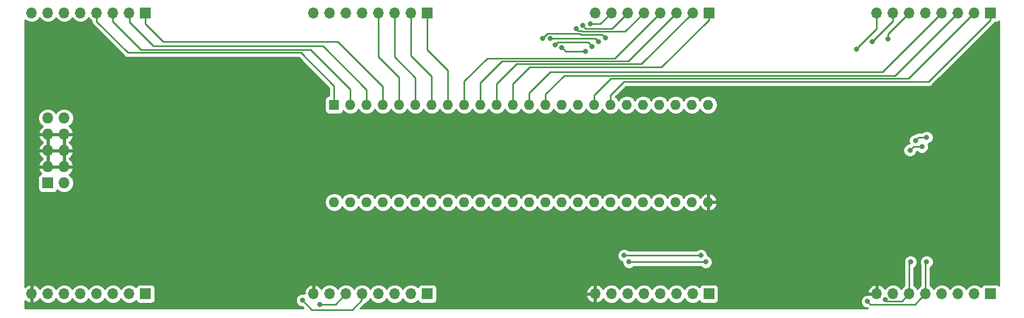
<source format=gbr>
G04 #@! TF.GenerationSoftware,KiCad,Pcbnew,5.0.2+dfsg1-1*
G04 #@! TF.CreationDate,2020-04-26T20:47:29+02:00*
G04 #@! TF.ProjectId,midirouter,6d696469-726f-4757-9465-722e6b696361,rev?*
G04 #@! TF.SameCoordinates,Original*
G04 #@! TF.FileFunction,Copper,L1,Top*
G04 #@! TF.FilePolarity,Positive*
%FSLAX46Y46*%
G04 Gerber Fmt 4.6, Leading zero omitted, Abs format (unit mm)*
G04 Created by KiCad (PCBNEW 5.0.2+dfsg1-1) date Sun 26 Apr 2020 08:47:29 PM CEST*
%MOMM*%
%LPD*%
G01*
G04 APERTURE LIST*
G04 #@! TA.AperFunction,ComponentPad*
%ADD10R,1.727200X1.727200*%
G04 #@! TD*
G04 #@! TA.AperFunction,ComponentPad*
%ADD11O,1.727200X1.727200*%
G04 #@! TD*
G04 #@! TA.AperFunction,ComponentPad*
%ADD12O,1.700000X1.700000*%
G04 #@! TD*
G04 #@! TA.AperFunction,ComponentPad*
%ADD13R,1.700000X1.700000*%
G04 #@! TD*
G04 #@! TA.AperFunction,ComponentPad*
%ADD14R,1.600000X1.600000*%
G04 #@! TD*
G04 #@! TA.AperFunction,ComponentPad*
%ADD15O,1.600000X1.600000*%
G04 #@! TD*
G04 #@! TA.AperFunction,ViaPad*
%ADD16C,0.800000*%
G04 #@! TD*
G04 #@! TA.AperFunction,Conductor*
%ADD17C,0.250000*%
G04 #@! TD*
G04 #@! TA.AperFunction,Conductor*
%ADD18C,0.254000*%
G04 #@! TD*
G04 APERTURE END LIST*
D10*
G04 #@! TO.P,J1,1*
G04 #@! TO.N,Net-(J1-Pad1)*
X30734000Y-72644000D03*
D11*
G04 #@! TO.P,J1,2*
G04 #@! TO.N,Net-(J1-Pad2)*
X33274000Y-72644000D03*
G04 #@! TO.P,J1,3*
G04 #@! TO.N,GND*
X30734000Y-70104000D03*
G04 #@! TO.P,J1,4*
X33274000Y-70104000D03*
G04 #@! TO.P,J1,5*
X30734000Y-67564000D03*
G04 #@! TO.P,J1,6*
X33274000Y-67564000D03*
G04 #@! TO.P,J1,7*
X30734000Y-65024000D03*
G04 #@! TO.P,J1,8*
X33274000Y-65024000D03*
G04 #@! TO.P,J1,9*
G04 #@! TO.N,+12V*
X30734000Y-62484000D03*
G04 #@! TO.P,J1,10*
X33274000Y-62484000D03*
G04 #@! TD*
D12*
G04 #@! TO.P,J2,8*
G04 #@! TO.N,LED1*
X28220000Y-46000000D03*
G04 #@! TO.P,J2,7*
G04 #@! TO.N,LED2*
X30760000Y-46000000D03*
G04 #@! TO.P,J2,6*
G04 #@! TO.N,LED3*
X33300000Y-46000000D03*
G04 #@! TO.P,J2,5*
G04 #@! TO.N,LED4*
X35840000Y-46000000D03*
G04 #@! TO.P,J2,4*
G04 #@! TO.N,MIDI_IN_1*
X38380000Y-46000000D03*
G04 #@! TO.P,J2,3*
G04 #@! TO.N,MIDI_IN_2*
X40920000Y-46000000D03*
G04 #@! TO.P,J2,2*
G04 #@! TO.N,MIDI_IN_3*
X43460000Y-46000000D03*
D13*
G04 #@! TO.P,J2,1*
G04 #@! TO.N,MIDI_IN_4*
X46000000Y-46000000D03*
G04 #@! TD*
G04 #@! TO.P,J3,1*
G04 #@! TO.N,MIDI_IN_8*
X90000000Y-46000000D03*
D12*
G04 #@! TO.P,J3,2*
G04 #@! TO.N,MIDI_IN_7*
X87460000Y-46000000D03*
G04 #@! TO.P,J3,3*
G04 #@! TO.N,MIDI_IN_6*
X84920000Y-46000000D03*
G04 #@! TO.P,J3,4*
G04 #@! TO.N,MIDI_IN_5*
X82380000Y-46000000D03*
G04 #@! TO.P,J3,5*
G04 #@! TO.N,LED8*
X79840000Y-46000000D03*
G04 #@! TO.P,J3,6*
G04 #@! TO.N,LED7*
X77300000Y-46000000D03*
G04 #@! TO.P,J3,7*
G04 #@! TO.N,LED6*
X74760000Y-46000000D03*
G04 #@! TO.P,J3,8*
G04 #@! TO.N,LED5*
X72220000Y-46000000D03*
G04 #@! TD*
D13*
G04 #@! TO.P,J4,1*
G04 #@! TO.N,MIDI_IN_12*
X134000000Y-46000000D03*
D12*
G04 #@! TO.P,J4,2*
G04 #@! TO.N,MIDI_IN_11*
X131460000Y-46000000D03*
G04 #@! TO.P,J4,3*
G04 #@! TO.N,MIDI_IN_10*
X128920000Y-46000000D03*
G04 #@! TO.P,J4,4*
G04 #@! TO.N,MIDI_IN_9*
X126380000Y-46000000D03*
G04 #@! TO.P,J4,5*
G04 #@! TO.N,LED4*
X123840000Y-46000000D03*
G04 #@! TO.P,J4,6*
G04 #@! TO.N,LED3*
X121300000Y-46000000D03*
G04 #@! TO.P,J4,7*
G04 #@! TO.N,LED2*
X118760000Y-46000000D03*
G04 #@! TO.P,J4,8*
G04 #@! TO.N,LED1*
X116220000Y-46000000D03*
G04 #@! TD*
D13*
G04 #@! TO.P,J5,1*
G04 #@! TO.N,MIDI_IN_16*
X178000000Y-46000000D03*
D12*
G04 #@! TO.P,J5,2*
G04 #@! TO.N,MIDI_IN_15*
X175460000Y-46000000D03*
G04 #@! TO.P,J5,3*
G04 #@! TO.N,MIDI_IN_14*
X172920000Y-46000000D03*
G04 #@! TO.P,J5,4*
G04 #@! TO.N,MIDI_IN_13*
X170380000Y-46000000D03*
G04 #@! TO.P,J5,5*
G04 #@! TO.N,LED8*
X167840000Y-46000000D03*
G04 #@! TO.P,J5,6*
G04 #@! TO.N,LED7*
X165300000Y-46000000D03*
G04 #@! TO.P,J5,7*
G04 #@! TO.N,LED6*
X162760000Y-46000000D03*
G04 #@! TO.P,J5,8*
G04 #@! TO.N,LED5*
X160220000Y-46000000D03*
G04 #@! TD*
D13*
G04 #@! TO.P,J6,1*
G04 #@! TO.N,MIDI_OUT_4*
X46000000Y-90000000D03*
D12*
G04 #@! TO.P,J6,2*
G04 #@! TO.N,MIDI_OUT_3*
X43460000Y-90000000D03*
G04 #@! TO.P,J6,3*
G04 #@! TO.N,MIDI_OUT_2*
X40920000Y-90000000D03*
G04 #@! TO.P,J6,4*
G04 #@! TO.N,MIDI_OUT_1*
X38380000Y-90000000D03*
G04 #@! TO.P,J6,5*
G04 #@! TO.N,LEDK2*
X35840000Y-90000000D03*
G04 #@! TO.P,J6,6*
G04 #@! TO.N,LEDK1*
X33300000Y-90000000D03*
G04 #@! TO.P,J6,7*
G04 #@! TO.N,+3V3*
X30760000Y-90000000D03*
G04 #@! TO.P,J6,8*
G04 #@! TO.N,GND*
X28220000Y-90000000D03*
G04 #@! TD*
G04 #@! TO.P,J7,8*
G04 #@! TO.N,GND*
X72220000Y-90000000D03*
G04 #@! TO.P,J7,7*
G04 #@! TO.N,+3V3*
X74760000Y-90000000D03*
G04 #@! TO.P,J7,6*
G04 #@! TO.N,LEDK1*
X77300000Y-90000000D03*
G04 #@! TO.P,J7,5*
G04 #@! TO.N,LEDK2*
X79840000Y-90000000D03*
G04 #@! TO.P,J7,4*
G04 #@! TO.N,MIDI_OUT_5*
X82380000Y-90000000D03*
G04 #@! TO.P,J7,3*
G04 #@! TO.N,MIDI_OUT_6*
X84920000Y-90000000D03*
G04 #@! TO.P,J7,2*
G04 #@! TO.N,MIDI_OUT_7*
X87460000Y-90000000D03*
D13*
G04 #@! TO.P,J7,1*
G04 #@! TO.N,MIDI_OUT_8*
X90000000Y-90000000D03*
G04 #@! TD*
D12*
G04 #@! TO.P,J8,8*
G04 #@! TO.N,GND*
X116220000Y-90000000D03*
G04 #@! TO.P,J8,7*
G04 #@! TO.N,+3V3*
X118760000Y-90000000D03*
G04 #@! TO.P,J8,6*
G04 #@! TO.N,LEDK3*
X121300000Y-90000000D03*
G04 #@! TO.P,J8,5*
G04 #@! TO.N,LEDK4*
X123840000Y-90000000D03*
G04 #@! TO.P,J8,4*
G04 #@! TO.N,MIDI_OUT_9*
X126380000Y-90000000D03*
G04 #@! TO.P,J8,3*
G04 #@! TO.N,MIDI_OUT_10*
X128920000Y-90000000D03*
G04 #@! TO.P,J8,2*
G04 #@! TO.N,MIDI_OUT_11*
X131460000Y-90000000D03*
D13*
G04 #@! TO.P,J8,1*
G04 #@! TO.N,MIDI_OUT_12*
X134000000Y-90000000D03*
G04 #@! TD*
D12*
G04 #@! TO.P,J9,8*
G04 #@! TO.N,GND*
X160220000Y-90000000D03*
G04 #@! TO.P,J9,7*
G04 #@! TO.N,+3V3*
X162760000Y-90000000D03*
G04 #@! TO.P,J9,6*
G04 #@! TO.N,LEDK3*
X165300000Y-90000000D03*
G04 #@! TO.P,J9,5*
G04 #@! TO.N,LEDK4*
X167840000Y-90000000D03*
G04 #@! TO.P,J9,4*
G04 #@! TO.N,MIDI_OUT_13*
X170380000Y-90000000D03*
G04 #@! TO.P,J9,3*
G04 #@! TO.N,MIDI_OUT_14*
X172920000Y-90000000D03*
G04 #@! TO.P,J9,2*
G04 #@! TO.N,MIDI_OUT_15*
X175460000Y-90000000D03*
D13*
G04 #@! TO.P,J9,1*
G04 #@! TO.N,MIDI_OUT_16*
X178000000Y-90000000D03*
G04 #@! TD*
D14*
G04 #@! TO.P,U7,1*
G04 #@! TO.N,MIDI_IN_1*
X75460000Y-60396000D03*
D15*
G04 #@! TO.P,U7,25*
G04 #@! TO.N,GND*
X133880000Y-75636000D03*
G04 #@! TO.P,U7,2*
G04 #@! TO.N,MIDI_IN_2*
X78000000Y-60396000D03*
G04 #@! TO.P,U7,26*
G04 #@! TO.N,Net-(U7-Pad26)*
X131340000Y-75636000D03*
G04 #@! TO.P,U7,3*
G04 #@! TO.N,MIDI_IN_3*
X80540000Y-60396000D03*
G04 #@! TO.P,U7,27*
G04 #@! TO.N,Net-(U7-Pad27)*
X128800000Y-75636000D03*
G04 #@! TO.P,U7,4*
G04 #@! TO.N,MIDI_IN_4*
X83080000Y-60396000D03*
G04 #@! TO.P,U7,28*
G04 #@! TO.N,Net-(U7-Pad28)*
X126260000Y-75636000D03*
G04 #@! TO.P,U7,5*
G04 #@! TO.N,MIDI_IN_5*
X85620000Y-60396000D03*
G04 #@! TO.P,U7,29*
G04 #@! TO.N,Net-(U7-Pad29)*
X123720000Y-75636000D03*
G04 #@! TO.P,U7,6*
G04 #@! TO.N,MIDI_IN_6*
X88160000Y-60396000D03*
G04 #@! TO.P,U7,30*
G04 #@! TO.N,Net-(U5-Pad12)*
X121180000Y-75636000D03*
G04 #@! TO.P,U7,7*
G04 #@! TO.N,MIDI_IN_7*
X90700000Y-60396000D03*
G04 #@! TO.P,U7,31*
G04 #@! TO.N,Net-(U5-Pad11)*
X118640000Y-75636000D03*
G04 #@! TO.P,U7,8*
G04 #@! TO.N,MIDI_IN_8*
X93240000Y-60396000D03*
G04 #@! TO.P,U7,32*
G04 #@! TO.N,Net-(U5-Pad14)*
X116100000Y-75636000D03*
G04 #@! TO.P,U7,9*
G04 #@! TO.N,MIDI_IN_9*
X95780000Y-60396000D03*
G04 #@! TO.P,U7,33*
G04 #@! TO.N,MIDI_OUT_16*
X113560000Y-75636000D03*
G04 #@! TO.P,U7,10*
G04 #@! TO.N,MIDI_IN_10*
X98320000Y-60396000D03*
G04 #@! TO.P,U7,34*
G04 #@! TO.N,MIDI_OUT_15*
X111020000Y-75636000D03*
G04 #@! TO.P,U7,11*
G04 #@! TO.N,MIDI_IN_11*
X100860000Y-60396000D03*
G04 #@! TO.P,U7,35*
G04 #@! TO.N,MIDI_OUT_14*
X108480000Y-75636000D03*
G04 #@! TO.P,U7,12*
G04 #@! TO.N,MIDI_IN_12*
X103400000Y-60396000D03*
G04 #@! TO.P,U7,36*
G04 #@! TO.N,MIDI_OUT_13*
X105940000Y-75636000D03*
G04 #@! TO.P,U7,13*
G04 #@! TO.N,MIDI_IN_13*
X105940000Y-60396000D03*
G04 #@! TO.P,U7,37*
G04 #@! TO.N,MIDI_OUT_12*
X103400000Y-75636000D03*
G04 #@! TO.P,U7,14*
G04 #@! TO.N,MIDI_IN_14*
X108480000Y-60396000D03*
G04 #@! TO.P,U7,38*
G04 #@! TO.N,MIDI_OUT_11*
X100860000Y-75636000D03*
G04 #@! TO.P,U7,15*
G04 #@! TO.N,Net-(U7-Pad15)*
X111020000Y-60396000D03*
G04 #@! TO.P,U7,39*
G04 #@! TO.N,MIDI_OUT_10*
X98320000Y-75636000D03*
G04 #@! TO.P,U7,16*
G04 #@! TO.N,Net-(U7-Pad16)*
X113560000Y-60396000D03*
G04 #@! TO.P,U7,40*
G04 #@! TO.N,MIDI_OUT_9*
X95780000Y-75636000D03*
G04 #@! TO.P,U7,17*
G04 #@! TO.N,MIDI_IN_15*
X116100000Y-60396000D03*
G04 #@! TO.P,U7,41*
G04 #@! TO.N,MIDI_OUT_8*
X93240000Y-75636000D03*
G04 #@! TO.P,U7,18*
G04 #@! TO.N,MIDI_IN_16*
X118640000Y-60396000D03*
G04 #@! TO.P,U7,42*
G04 #@! TO.N,MIDI_OUT_7*
X90700000Y-75636000D03*
G04 #@! TO.P,U7,19*
G04 #@! TO.N,Net-(U7-Pad19)*
X121180000Y-60396000D03*
G04 #@! TO.P,U7,43*
G04 #@! TO.N,MIDI_OUT_6*
X88160000Y-75636000D03*
G04 #@! TO.P,U7,20*
G04 #@! TO.N,Net-(U7-Pad20)*
X123720000Y-60396000D03*
G04 #@! TO.P,U7,44*
G04 #@! TO.N,MIDI_OUT_5*
X85620000Y-75636000D03*
G04 #@! TO.P,U7,21*
G04 #@! TO.N,Net-(U7-Pad21)*
X126260000Y-60396000D03*
G04 #@! TO.P,U7,45*
G04 #@! TO.N,MIDI_OUT_4*
X83080000Y-75636000D03*
G04 #@! TO.P,U7,22*
G04 #@! TO.N,Net-(U7-Pad22)*
X128800000Y-60396000D03*
G04 #@! TO.P,U7,46*
G04 #@! TO.N,MIDI_OUT_3*
X80540000Y-75636000D03*
G04 #@! TO.P,U7,23*
G04 #@! TO.N,Net-(U7-Pad23)*
X131340000Y-60396000D03*
G04 #@! TO.P,U7,47*
G04 #@! TO.N,MIDI_OUT_2*
X78000000Y-75636000D03*
G04 #@! TO.P,U7,24*
G04 #@! TO.N,CA7_VCC*
X133880000Y-60396000D03*
G04 #@! TO.P,U7,48*
G04 #@! TO.N,MIDI_OUT_1*
X75460000Y-75636000D03*
G04 #@! TD*
D16*
G04 #@! TO.N,GND*
X168750000Y-67250000D03*
X167250000Y-62500000D03*
X172250000Y-58750000D03*
X158500000Y-83250000D03*
X163500000Y-83250000D03*
X168500000Y-83250000D03*
X173500000Y-83250000D03*
X162500000Y-62250000D03*
X173250000Y-70750000D03*
X164000000Y-73750000D03*
G04 #@! TO.N,Net-(U5-Pad11)*
X165390542Y-67500008D03*
X167250000Y-66980317D03*
G04 #@! TO.N,Net-(U5-Pad12)*
X168000000Y-65500000D03*
X166250000Y-66024989D03*
G04 #@! TO.N,LEDK1*
X73250000Y-91624980D03*
X121500000Y-85000000D03*
X133500010Y-85000000D03*
G04 #@! TO.N,LEDK2*
X70500000Y-91000000D03*
X120750000Y-84000000D03*
X132750000Y-84000000D03*
G04 #@! TO.N,LEDK3*
X165500000Y-85000000D03*
X161500000Y-90900002D03*
G04 #@! TO.N,LEDK4*
X168000000Y-85000000D03*
X158749992Y-91174969D03*
G04 #@! TO.N,LED2*
X115500000Y-47750000D03*
G04 #@! TO.N,LED3*
X114250000Y-48000000D03*
G04 #@! TO.N,LED4*
X113250006Y-48500000D03*
G04 #@! TO.N,LED5*
X110000000Y-51000000D03*
X115750000Y-51249998D03*
X157010243Y-51674989D03*
G04 #@! TO.N,LED6*
X109250000Y-50000000D03*
X116750002Y-50500000D03*
X159500000Y-50525054D03*
G04 #@! TO.N,LED7*
X107999992Y-50000000D03*
X117820392Y-49928178D03*
X161999991Y-50075043D03*
G04 #@! TO.N,LED8*
X114749982Y-52000000D03*
X111000000Y-51424957D03*
G04 #@! TD*
D17*
G04 #@! TO.N,Net-(U5-Pad11)*
X166684315Y-66980317D02*
X167250000Y-66980317D01*
X165390542Y-67500008D02*
X165910233Y-66980317D01*
X165910233Y-66980317D02*
X166684315Y-66980317D01*
G04 #@! TO.N,Net-(U5-Pad12)*
X166649999Y-65624990D02*
X166250000Y-66024989D01*
X168000000Y-65500000D02*
X166774989Y-65500000D01*
X166774989Y-65500000D02*
X166649999Y-65624990D01*
G04 #@! TO.N,LEDK1*
X75675020Y-91624980D02*
X77300000Y-90000000D01*
X73250000Y-91624980D02*
X75675020Y-91624980D01*
X121500000Y-85000000D02*
X133500010Y-85000000D01*
G04 #@! TO.N,LEDK2*
X79750000Y-90090000D02*
X79840000Y-90000000D01*
X79750000Y-91000000D02*
X79750000Y-90090000D01*
X78280092Y-92469908D02*
X79750000Y-91000000D01*
X70500000Y-91000000D02*
X71969908Y-92469908D01*
X71969908Y-92469908D02*
X78280092Y-92469908D01*
X120750000Y-84000000D02*
X132750000Y-84000000D01*
G04 #@! TO.N,LEDK3*
X165300000Y-90000000D02*
X165300000Y-85200000D01*
X165300000Y-85200000D02*
X165500000Y-85000000D01*
X165300000Y-90000000D02*
X164124999Y-91175001D01*
X164124999Y-91175001D02*
X161774999Y-91175001D01*
X161774999Y-91175001D02*
X161500000Y-90900002D01*
G04 #@! TO.N,LEDK4*
X167840000Y-90000000D02*
X167840000Y-85160000D01*
X167840000Y-85160000D02*
X168000000Y-85000000D01*
X166990001Y-90849999D02*
X167840000Y-90000000D01*
X166214988Y-91625012D02*
X166990001Y-90849999D01*
X158749992Y-91174969D02*
X159200035Y-91625012D01*
X159200035Y-91625012D02*
X166214988Y-91625012D01*
G04 #@! TO.N,LED2*
X118760000Y-46000000D02*
X117010000Y-47750000D01*
X117010000Y-47750000D02*
X116065685Y-47750000D01*
X116065685Y-47750000D02*
X115500000Y-47750000D01*
G04 #@! TO.N,LED3*
X121300000Y-46000000D02*
X118824998Y-48475002D01*
X118824998Y-48475002D02*
X114725002Y-48475002D01*
X114649999Y-48399999D02*
X114250000Y-48000000D01*
X114725002Y-48475002D02*
X114649999Y-48399999D01*
G04 #@! TO.N,LED4*
X114090574Y-48799989D02*
X113549995Y-48799989D01*
X113549995Y-48799989D02*
X113250006Y-48500000D01*
X114215598Y-48925013D02*
X114090574Y-48799989D01*
X120914987Y-48925013D02*
X114215598Y-48925013D01*
X123840000Y-46000000D02*
X120914987Y-48925013D01*
G04 #@! TO.N,LED5*
X115350001Y-50849999D02*
X115750000Y-51249998D01*
X110399999Y-50600001D02*
X115100003Y-50600001D01*
X110000000Y-51000000D02*
X110399999Y-50600001D01*
X115100003Y-50600001D02*
X115350001Y-50849999D01*
X160220000Y-46000000D02*
X160220000Y-48465232D01*
X160220000Y-48465232D02*
X157410242Y-51274990D01*
X157410242Y-51274990D02*
X157010243Y-51674989D01*
G04 #@! TO.N,LED6*
X116350003Y-50100001D02*
X116750002Y-50500000D01*
X109250000Y-50000000D02*
X116250002Y-50000000D01*
X116250002Y-50000000D02*
X116350003Y-50100001D01*
X159899999Y-50125055D02*
X159500000Y-50525054D01*
X162760000Y-47265054D02*
X159899999Y-50125055D01*
X162760000Y-46000000D02*
X162760000Y-47265054D01*
G04 #@! TO.N,LED7*
X117420393Y-49528179D02*
X117820392Y-49928178D01*
X117267238Y-49375024D02*
X117420393Y-49528179D01*
X107999992Y-50000000D02*
X108749992Y-49250000D01*
X114029198Y-49375024D02*
X117267238Y-49375024D01*
X113904174Y-49250000D02*
X114029198Y-49375024D01*
X108749992Y-49250000D02*
X113904174Y-49250000D01*
X161999991Y-49300009D02*
X161999991Y-49509358D01*
X161999991Y-49509358D02*
X161999991Y-50075043D01*
X165300000Y-46000000D02*
X161999991Y-49300009D01*
G04 #@! TO.N,LED8*
X111399999Y-51824956D02*
X111000000Y-51424957D01*
X111575043Y-52000000D02*
X111399999Y-51824956D01*
X114749982Y-52000000D02*
X111575043Y-52000000D01*
G04 #@! TO.N,MIDI_IN_1*
X70250000Y-52250000D02*
X43250000Y-52250000D01*
X38380000Y-47380000D02*
X38380000Y-46000000D01*
X43250000Y-52250000D02*
X38380000Y-47380000D01*
X75460000Y-60396000D02*
X75460000Y-57460000D01*
X75460000Y-57460000D02*
X70250000Y-52250000D01*
G04 #@! TO.N,MIDI_IN_2*
X45299989Y-51799989D02*
X40920000Y-47420000D01*
X40920000Y-47420000D02*
X40920000Y-46000000D01*
X71799989Y-51799989D02*
X45299989Y-51799989D01*
X78000000Y-60396000D02*
X78000000Y-58000000D01*
X78000000Y-58000000D02*
X71799989Y-51799989D01*
G04 #@! TO.N,MIDI_IN_3*
X43500000Y-46040000D02*
X43460000Y-46000000D01*
X43500000Y-47500000D02*
X43500000Y-46040000D01*
X47200011Y-51200011D02*
X43500000Y-47500000D01*
X73700011Y-51200011D02*
X47200011Y-51200011D01*
X80540000Y-60396000D02*
X80540000Y-58040000D01*
X80540000Y-58040000D02*
X73700011Y-51200011D01*
G04 #@! TO.N,MIDI_IN_4*
X46000000Y-47100000D02*
X46000000Y-46000000D01*
X76000000Y-50500000D02*
X48750000Y-50500000D01*
X46000000Y-47750000D02*
X46000000Y-47100000D01*
X48750000Y-50500000D02*
X46000000Y-47750000D01*
X83080000Y-60396000D02*
X83080000Y-57580000D01*
X83080000Y-57580000D02*
X76000000Y-50500000D01*
G04 #@! TO.N,MIDI_IN_8*
X90000000Y-51750000D02*
X90000000Y-46000000D01*
X93240000Y-60396000D02*
X93240000Y-54990000D01*
X93240000Y-54990000D02*
X90000000Y-51750000D01*
G04 #@! TO.N,MIDI_IN_7*
X87460000Y-52710000D02*
X87460000Y-46000000D01*
X90700000Y-60396000D02*
X90700000Y-55950000D01*
X90700000Y-55950000D02*
X87460000Y-52710000D01*
G04 #@! TO.N,MIDI_IN_6*
X84920000Y-52920000D02*
X84920000Y-46000000D01*
X88160000Y-60396000D02*
X88160000Y-56160000D01*
X88160000Y-56160000D02*
X84920000Y-52920000D01*
G04 #@! TO.N,MIDI_IN_5*
X82380000Y-52880000D02*
X82380000Y-46000000D01*
X85620000Y-60396000D02*
X85620000Y-56120000D01*
X85620000Y-56120000D02*
X82380000Y-52880000D01*
G04 #@! TO.N,MIDI_IN_12*
X103400000Y-57100000D02*
X103400000Y-60396000D01*
X106000000Y-54500000D02*
X103400000Y-57100000D01*
X126600000Y-54500000D02*
X106000000Y-54500000D01*
X134000000Y-46000000D02*
X134000000Y-47100000D01*
X134000000Y-47100000D02*
X126600000Y-54500000D01*
G04 #@! TO.N,MIDI_IN_11*
X100860000Y-59264630D02*
X100860000Y-60396000D01*
X100860000Y-57140000D02*
X100860000Y-59264630D01*
X131460000Y-46000000D02*
X123460000Y-54000000D01*
X104000000Y-54000000D02*
X100860000Y-57140000D01*
X123460000Y-54000000D02*
X104000000Y-54000000D01*
G04 #@! TO.N,MIDI_IN_10*
X98320000Y-56930000D02*
X98320000Y-60396000D01*
X101700011Y-53549989D02*
X98320000Y-56930000D01*
X128920000Y-46000000D02*
X121370011Y-53549989D01*
X121370011Y-53549989D02*
X101700011Y-53549989D01*
G04 #@! TO.N,MIDI_IN_9*
X95780000Y-56720000D02*
X95780000Y-59264630D01*
X99400022Y-53099978D02*
X95780000Y-56720000D01*
X95780000Y-59264630D02*
X95780000Y-60396000D01*
X126380000Y-46000000D02*
X119280022Y-53099978D01*
X119280022Y-53099978D02*
X99400022Y-53099978D01*
G04 #@! TO.N,MIDI_IN_16*
X168350000Y-56750000D02*
X178000000Y-47100000D01*
X120750000Y-56750000D02*
X168350000Y-56750000D01*
X118640000Y-60396000D02*
X118640000Y-58860000D01*
X178000000Y-47100000D02*
X178000000Y-46000000D01*
X118640000Y-58860000D02*
X120750000Y-56750000D01*
G04 #@! TO.N,MIDI_IN_15*
X116100000Y-58900000D02*
X116100000Y-60396000D01*
X165160011Y-56299989D02*
X118700011Y-56299989D01*
X118700011Y-56299989D02*
X116100000Y-58900000D01*
X175460000Y-46000000D02*
X165160011Y-56299989D01*
G04 #@! TO.N,MIDI_IN_14*
X108480000Y-58770000D02*
X108480000Y-60396000D01*
X111400022Y-55849978D02*
X108480000Y-58770000D01*
X172920000Y-46000000D02*
X163070022Y-55849978D01*
X163070022Y-55849978D02*
X111400022Y-55849978D01*
G04 #@! TO.N,MIDI_IN_13*
X105940000Y-58560000D02*
X105940000Y-60396000D01*
X109250000Y-55250000D02*
X105940000Y-58560000D01*
X170380000Y-46000000D02*
X161130000Y-55250000D01*
X161130000Y-55250000D02*
X109250000Y-55250000D01*
G04 #@! TD*
D18*
G04 #@! TO.N,GND*
G36*
X37309375Y-47070625D02*
X37620000Y-47278178D01*
X37620000Y-47305153D01*
X37605112Y-47380000D01*
X37620000Y-47454847D01*
X37620000Y-47454851D01*
X37664096Y-47676536D01*
X37832071Y-47927929D01*
X37895530Y-47970331D01*
X42659670Y-52734472D01*
X42702071Y-52797929D01*
X42953463Y-52965904D01*
X43175148Y-53010000D01*
X43175152Y-53010000D01*
X43249999Y-53024888D01*
X43324846Y-53010000D01*
X69935199Y-53010000D01*
X74700001Y-57774803D01*
X74700000Y-58948560D01*
X74660000Y-58948560D01*
X74412235Y-58997843D01*
X74202191Y-59138191D01*
X74061843Y-59348235D01*
X74012560Y-59596000D01*
X74012560Y-61196000D01*
X74061843Y-61443765D01*
X74202191Y-61653809D01*
X74412235Y-61794157D01*
X74660000Y-61843440D01*
X76260000Y-61843440D01*
X76507765Y-61794157D01*
X76717809Y-61653809D01*
X76858157Y-61443765D01*
X76884785Y-61309894D01*
X76965423Y-61430577D01*
X77440091Y-61747740D01*
X77858667Y-61831000D01*
X78141333Y-61831000D01*
X78559909Y-61747740D01*
X79034577Y-61430577D01*
X79270000Y-61078242D01*
X79505423Y-61430577D01*
X79980091Y-61747740D01*
X80398667Y-61831000D01*
X80681333Y-61831000D01*
X81099909Y-61747740D01*
X81574577Y-61430577D01*
X81810000Y-61078242D01*
X82045423Y-61430577D01*
X82520091Y-61747740D01*
X82938667Y-61831000D01*
X83221333Y-61831000D01*
X83639909Y-61747740D01*
X84114577Y-61430577D01*
X84350000Y-61078242D01*
X84585423Y-61430577D01*
X85060091Y-61747740D01*
X85478667Y-61831000D01*
X85761333Y-61831000D01*
X86179909Y-61747740D01*
X86654577Y-61430577D01*
X86890000Y-61078242D01*
X87125423Y-61430577D01*
X87600091Y-61747740D01*
X88018667Y-61831000D01*
X88301333Y-61831000D01*
X88719909Y-61747740D01*
X89194577Y-61430577D01*
X89430000Y-61078242D01*
X89665423Y-61430577D01*
X90140091Y-61747740D01*
X90558667Y-61831000D01*
X90841333Y-61831000D01*
X91259909Y-61747740D01*
X91734577Y-61430577D01*
X91970000Y-61078242D01*
X92205423Y-61430577D01*
X92680091Y-61747740D01*
X93098667Y-61831000D01*
X93381333Y-61831000D01*
X93799909Y-61747740D01*
X94274577Y-61430577D01*
X94510000Y-61078242D01*
X94745423Y-61430577D01*
X95220091Y-61747740D01*
X95638667Y-61831000D01*
X95921333Y-61831000D01*
X96339909Y-61747740D01*
X96814577Y-61430577D01*
X97050000Y-61078242D01*
X97285423Y-61430577D01*
X97760091Y-61747740D01*
X98178667Y-61831000D01*
X98461333Y-61831000D01*
X98879909Y-61747740D01*
X99354577Y-61430577D01*
X99590000Y-61078242D01*
X99825423Y-61430577D01*
X100300091Y-61747740D01*
X100718667Y-61831000D01*
X101001333Y-61831000D01*
X101419909Y-61747740D01*
X101894577Y-61430577D01*
X102130000Y-61078242D01*
X102365423Y-61430577D01*
X102840091Y-61747740D01*
X103258667Y-61831000D01*
X103541333Y-61831000D01*
X103959909Y-61747740D01*
X104434577Y-61430577D01*
X104670000Y-61078242D01*
X104905423Y-61430577D01*
X105380091Y-61747740D01*
X105798667Y-61831000D01*
X106081333Y-61831000D01*
X106499909Y-61747740D01*
X106974577Y-61430577D01*
X107210000Y-61078242D01*
X107445423Y-61430577D01*
X107920091Y-61747740D01*
X108338667Y-61831000D01*
X108621333Y-61831000D01*
X109039909Y-61747740D01*
X109514577Y-61430577D01*
X109750000Y-61078242D01*
X109985423Y-61430577D01*
X110460091Y-61747740D01*
X110878667Y-61831000D01*
X111161333Y-61831000D01*
X111579909Y-61747740D01*
X112054577Y-61430577D01*
X112290000Y-61078242D01*
X112525423Y-61430577D01*
X113000091Y-61747740D01*
X113418667Y-61831000D01*
X113701333Y-61831000D01*
X114119909Y-61747740D01*
X114594577Y-61430577D01*
X114830000Y-61078242D01*
X115065423Y-61430577D01*
X115540091Y-61747740D01*
X115958667Y-61831000D01*
X116241333Y-61831000D01*
X116659909Y-61747740D01*
X117134577Y-61430577D01*
X117370000Y-61078242D01*
X117605423Y-61430577D01*
X118080091Y-61747740D01*
X118498667Y-61831000D01*
X118781333Y-61831000D01*
X119199909Y-61747740D01*
X119674577Y-61430577D01*
X119910000Y-61078242D01*
X120145423Y-61430577D01*
X120620091Y-61747740D01*
X121038667Y-61831000D01*
X121321333Y-61831000D01*
X121739909Y-61747740D01*
X122214577Y-61430577D01*
X122450000Y-61078242D01*
X122685423Y-61430577D01*
X123160091Y-61747740D01*
X123578667Y-61831000D01*
X123861333Y-61831000D01*
X124279909Y-61747740D01*
X124754577Y-61430577D01*
X124990000Y-61078242D01*
X125225423Y-61430577D01*
X125700091Y-61747740D01*
X126118667Y-61831000D01*
X126401333Y-61831000D01*
X126819909Y-61747740D01*
X127294577Y-61430577D01*
X127530000Y-61078242D01*
X127765423Y-61430577D01*
X128240091Y-61747740D01*
X128658667Y-61831000D01*
X128941333Y-61831000D01*
X129359909Y-61747740D01*
X129834577Y-61430577D01*
X130070000Y-61078242D01*
X130305423Y-61430577D01*
X130780091Y-61747740D01*
X131198667Y-61831000D01*
X131481333Y-61831000D01*
X131899909Y-61747740D01*
X132374577Y-61430577D01*
X132610000Y-61078242D01*
X132845423Y-61430577D01*
X133320091Y-61747740D01*
X133738667Y-61831000D01*
X134021333Y-61831000D01*
X134439909Y-61747740D01*
X134914577Y-61430577D01*
X135231740Y-60955909D01*
X135343113Y-60396000D01*
X135231740Y-59836091D01*
X134914577Y-59361423D01*
X134439909Y-59044260D01*
X134021333Y-58961000D01*
X133738667Y-58961000D01*
X133320091Y-59044260D01*
X132845423Y-59361423D01*
X132610000Y-59713758D01*
X132374577Y-59361423D01*
X131899909Y-59044260D01*
X131481333Y-58961000D01*
X131198667Y-58961000D01*
X130780091Y-59044260D01*
X130305423Y-59361423D01*
X130070000Y-59713758D01*
X129834577Y-59361423D01*
X129359909Y-59044260D01*
X128941333Y-58961000D01*
X128658667Y-58961000D01*
X128240091Y-59044260D01*
X127765423Y-59361423D01*
X127530000Y-59713758D01*
X127294577Y-59361423D01*
X126819909Y-59044260D01*
X126401333Y-58961000D01*
X126118667Y-58961000D01*
X125700091Y-59044260D01*
X125225423Y-59361423D01*
X124990000Y-59713758D01*
X124754577Y-59361423D01*
X124279909Y-59044260D01*
X123861333Y-58961000D01*
X123578667Y-58961000D01*
X123160091Y-59044260D01*
X122685423Y-59361423D01*
X122450000Y-59713758D01*
X122214577Y-59361423D01*
X121739909Y-59044260D01*
X121321333Y-58961000D01*
X121038667Y-58961000D01*
X120620091Y-59044260D01*
X120145423Y-59361423D01*
X119910000Y-59713758D01*
X119674577Y-59361423D01*
X119400000Y-59177957D01*
X119400000Y-59174801D01*
X121064802Y-57510000D01*
X168275153Y-57510000D01*
X168350000Y-57524888D01*
X168424847Y-57510000D01*
X168424852Y-57510000D01*
X168646537Y-57465904D01*
X168897929Y-57297929D01*
X168940331Y-57234470D01*
X178484473Y-47690329D01*
X178547929Y-47647929D01*
X178648483Y-47497440D01*
X178850000Y-47497440D01*
X179097765Y-47448157D01*
X179290001Y-47319708D01*
X179290000Y-88680291D01*
X179097765Y-88551843D01*
X178850000Y-88502560D01*
X177150000Y-88502560D01*
X176902235Y-88551843D01*
X176692191Y-88692191D01*
X176551843Y-88902235D01*
X176542816Y-88947619D01*
X176530625Y-88929375D01*
X176039418Y-88601161D01*
X175606256Y-88515000D01*
X175313744Y-88515000D01*
X174880582Y-88601161D01*
X174389375Y-88929375D01*
X174190000Y-89227761D01*
X173990625Y-88929375D01*
X173499418Y-88601161D01*
X173066256Y-88515000D01*
X172773744Y-88515000D01*
X172340582Y-88601161D01*
X171849375Y-88929375D01*
X171650000Y-89227761D01*
X171450625Y-88929375D01*
X170959418Y-88601161D01*
X170526256Y-88515000D01*
X170233744Y-88515000D01*
X169800582Y-88601161D01*
X169309375Y-88929375D01*
X169110000Y-89227761D01*
X168910625Y-88929375D01*
X168600000Y-88721822D01*
X168600000Y-85863711D01*
X168877431Y-85586280D01*
X169035000Y-85205874D01*
X169035000Y-84794126D01*
X168877431Y-84413720D01*
X168586280Y-84122569D01*
X168205874Y-83965000D01*
X167794126Y-83965000D01*
X167413720Y-84122569D01*
X167122569Y-84413720D01*
X166965000Y-84794126D01*
X166965000Y-85205874D01*
X167080001Y-85483511D01*
X167080000Y-88721822D01*
X166769375Y-88929375D01*
X166570000Y-89227761D01*
X166370625Y-88929375D01*
X166060000Y-88721822D01*
X166060000Y-85888317D01*
X166086280Y-85877431D01*
X166377431Y-85586280D01*
X166535000Y-85205874D01*
X166535000Y-84794126D01*
X166377431Y-84413720D01*
X166086280Y-84122569D01*
X165705874Y-83965000D01*
X165294126Y-83965000D01*
X164913720Y-84122569D01*
X164622569Y-84413720D01*
X164465000Y-84794126D01*
X164465000Y-85205874D01*
X164540001Y-85386943D01*
X164540000Y-88721822D01*
X164229375Y-88929375D01*
X164030000Y-89227761D01*
X163830625Y-88929375D01*
X163339418Y-88601161D01*
X162906256Y-88515000D01*
X162613744Y-88515000D01*
X162180582Y-88601161D01*
X161689375Y-88929375D01*
X161476157Y-89248478D01*
X161415183Y-89118642D01*
X160986924Y-88728355D01*
X160576890Y-88558524D01*
X160347000Y-88679845D01*
X160347000Y-89873000D01*
X160367000Y-89873000D01*
X160367000Y-90127000D01*
X160347000Y-90127000D01*
X160347000Y-90147000D01*
X160093000Y-90147000D01*
X160093000Y-90127000D01*
X158899181Y-90127000D01*
X158892374Y-90139969D01*
X158544118Y-90139969D01*
X158163712Y-90297538D01*
X157872561Y-90588689D01*
X157714992Y-90969095D01*
X157714992Y-91380843D01*
X157872561Y-91761249D01*
X158163712Y-92052400D01*
X158544118Y-92209969D01*
X158707522Y-92209969D01*
X158827297Y-92290000D01*
X79534801Y-92290000D01*
X80234473Y-91590329D01*
X80297929Y-91547929D01*
X80394196Y-91403856D01*
X80419418Y-91398839D01*
X80910625Y-91070625D01*
X81110000Y-90772239D01*
X81309375Y-91070625D01*
X81800582Y-91398839D01*
X82233744Y-91485000D01*
X82526256Y-91485000D01*
X82959418Y-91398839D01*
X83450625Y-91070625D01*
X83650000Y-90772239D01*
X83849375Y-91070625D01*
X84340582Y-91398839D01*
X84773744Y-91485000D01*
X85066256Y-91485000D01*
X85499418Y-91398839D01*
X85990625Y-91070625D01*
X86190000Y-90772239D01*
X86389375Y-91070625D01*
X86880582Y-91398839D01*
X87313744Y-91485000D01*
X87606256Y-91485000D01*
X88039418Y-91398839D01*
X88530625Y-91070625D01*
X88542816Y-91052381D01*
X88551843Y-91097765D01*
X88692191Y-91307809D01*
X88902235Y-91448157D01*
X89150000Y-91497440D01*
X90850000Y-91497440D01*
X91097765Y-91448157D01*
X91307809Y-91307809D01*
X91448157Y-91097765D01*
X91497440Y-90850000D01*
X91497440Y-90356892D01*
X114778514Y-90356892D01*
X115024817Y-90881358D01*
X115453076Y-91271645D01*
X115863110Y-91441476D01*
X116093000Y-91320155D01*
X116093000Y-90127000D01*
X114899181Y-90127000D01*
X114778514Y-90356892D01*
X91497440Y-90356892D01*
X91497440Y-89643108D01*
X114778514Y-89643108D01*
X114899181Y-89873000D01*
X116093000Y-89873000D01*
X116093000Y-88679845D01*
X116347000Y-88679845D01*
X116347000Y-89873000D01*
X116367000Y-89873000D01*
X116367000Y-90127000D01*
X116347000Y-90127000D01*
X116347000Y-91320155D01*
X116576890Y-91441476D01*
X116986924Y-91271645D01*
X117415183Y-90881358D01*
X117476157Y-90751522D01*
X117689375Y-91070625D01*
X118180582Y-91398839D01*
X118613744Y-91485000D01*
X118906256Y-91485000D01*
X119339418Y-91398839D01*
X119830625Y-91070625D01*
X120030000Y-90772239D01*
X120229375Y-91070625D01*
X120720582Y-91398839D01*
X121153744Y-91485000D01*
X121446256Y-91485000D01*
X121879418Y-91398839D01*
X122370625Y-91070625D01*
X122570000Y-90772239D01*
X122769375Y-91070625D01*
X123260582Y-91398839D01*
X123693744Y-91485000D01*
X123986256Y-91485000D01*
X124419418Y-91398839D01*
X124910625Y-91070625D01*
X125110000Y-90772239D01*
X125309375Y-91070625D01*
X125800582Y-91398839D01*
X126233744Y-91485000D01*
X126526256Y-91485000D01*
X126959418Y-91398839D01*
X127450625Y-91070625D01*
X127650000Y-90772239D01*
X127849375Y-91070625D01*
X128340582Y-91398839D01*
X128773744Y-91485000D01*
X129066256Y-91485000D01*
X129499418Y-91398839D01*
X129990625Y-91070625D01*
X130190000Y-90772239D01*
X130389375Y-91070625D01*
X130880582Y-91398839D01*
X131313744Y-91485000D01*
X131606256Y-91485000D01*
X132039418Y-91398839D01*
X132530625Y-91070625D01*
X132542816Y-91052381D01*
X132551843Y-91097765D01*
X132692191Y-91307809D01*
X132902235Y-91448157D01*
X133150000Y-91497440D01*
X134850000Y-91497440D01*
X135097765Y-91448157D01*
X135307809Y-91307809D01*
X135448157Y-91097765D01*
X135497440Y-90850000D01*
X135497440Y-89643108D01*
X158778514Y-89643108D01*
X158899181Y-89873000D01*
X160093000Y-89873000D01*
X160093000Y-88679845D01*
X159863110Y-88558524D01*
X159453076Y-88728355D01*
X159024817Y-89118642D01*
X158778514Y-89643108D01*
X135497440Y-89643108D01*
X135497440Y-89150000D01*
X135448157Y-88902235D01*
X135307809Y-88692191D01*
X135097765Y-88551843D01*
X134850000Y-88502560D01*
X133150000Y-88502560D01*
X132902235Y-88551843D01*
X132692191Y-88692191D01*
X132551843Y-88902235D01*
X132542816Y-88947619D01*
X132530625Y-88929375D01*
X132039418Y-88601161D01*
X131606256Y-88515000D01*
X131313744Y-88515000D01*
X130880582Y-88601161D01*
X130389375Y-88929375D01*
X130190000Y-89227761D01*
X129990625Y-88929375D01*
X129499418Y-88601161D01*
X129066256Y-88515000D01*
X128773744Y-88515000D01*
X128340582Y-88601161D01*
X127849375Y-88929375D01*
X127650000Y-89227761D01*
X127450625Y-88929375D01*
X126959418Y-88601161D01*
X126526256Y-88515000D01*
X126233744Y-88515000D01*
X125800582Y-88601161D01*
X125309375Y-88929375D01*
X125110000Y-89227761D01*
X124910625Y-88929375D01*
X124419418Y-88601161D01*
X123986256Y-88515000D01*
X123693744Y-88515000D01*
X123260582Y-88601161D01*
X122769375Y-88929375D01*
X122570000Y-89227761D01*
X122370625Y-88929375D01*
X121879418Y-88601161D01*
X121446256Y-88515000D01*
X121153744Y-88515000D01*
X120720582Y-88601161D01*
X120229375Y-88929375D01*
X120030000Y-89227761D01*
X119830625Y-88929375D01*
X119339418Y-88601161D01*
X118906256Y-88515000D01*
X118613744Y-88515000D01*
X118180582Y-88601161D01*
X117689375Y-88929375D01*
X117476157Y-89248478D01*
X117415183Y-89118642D01*
X116986924Y-88728355D01*
X116576890Y-88558524D01*
X116347000Y-88679845D01*
X116093000Y-88679845D01*
X115863110Y-88558524D01*
X115453076Y-88728355D01*
X115024817Y-89118642D01*
X114778514Y-89643108D01*
X91497440Y-89643108D01*
X91497440Y-89150000D01*
X91448157Y-88902235D01*
X91307809Y-88692191D01*
X91097765Y-88551843D01*
X90850000Y-88502560D01*
X89150000Y-88502560D01*
X88902235Y-88551843D01*
X88692191Y-88692191D01*
X88551843Y-88902235D01*
X88542816Y-88947619D01*
X88530625Y-88929375D01*
X88039418Y-88601161D01*
X87606256Y-88515000D01*
X87313744Y-88515000D01*
X86880582Y-88601161D01*
X86389375Y-88929375D01*
X86190000Y-89227761D01*
X85990625Y-88929375D01*
X85499418Y-88601161D01*
X85066256Y-88515000D01*
X84773744Y-88515000D01*
X84340582Y-88601161D01*
X83849375Y-88929375D01*
X83650000Y-89227761D01*
X83450625Y-88929375D01*
X82959418Y-88601161D01*
X82526256Y-88515000D01*
X82233744Y-88515000D01*
X81800582Y-88601161D01*
X81309375Y-88929375D01*
X81110000Y-89227761D01*
X80910625Y-88929375D01*
X80419418Y-88601161D01*
X79986256Y-88515000D01*
X79693744Y-88515000D01*
X79260582Y-88601161D01*
X78769375Y-88929375D01*
X78570000Y-89227761D01*
X78370625Y-88929375D01*
X77879418Y-88601161D01*
X77446256Y-88515000D01*
X77153744Y-88515000D01*
X76720582Y-88601161D01*
X76229375Y-88929375D01*
X76030000Y-89227761D01*
X75830625Y-88929375D01*
X75339418Y-88601161D01*
X74906256Y-88515000D01*
X74613744Y-88515000D01*
X74180582Y-88601161D01*
X73689375Y-88929375D01*
X73476157Y-89248478D01*
X73415183Y-89118642D01*
X72986924Y-88728355D01*
X72576890Y-88558524D01*
X72347000Y-88679845D01*
X72347000Y-89873000D01*
X72367000Y-89873000D01*
X72367000Y-90127000D01*
X72347000Y-90127000D01*
X72347000Y-90147000D01*
X72093000Y-90147000D01*
X72093000Y-90127000D01*
X72073000Y-90127000D01*
X72073000Y-89873000D01*
X72093000Y-89873000D01*
X72093000Y-88679845D01*
X71863110Y-88558524D01*
X71453076Y-88728355D01*
X71024817Y-89118642D01*
X70778514Y-89643108D01*
X70899180Y-89872998D01*
X70735000Y-89872998D01*
X70735000Y-89977064D01*
X70705874Y-89965000D01*
X70294126Y-89965000D01*
X69913720Y-90122569D01*
X69622569Y-90413720D01*
X69465000Y-90794126D01*
X69465000Y-91205874D01*
X69622569Y-91586280D01*
X69913720Y-91877431D01*
X70294126Y-92035000D01*
X70460199Y-92035000D01*
X70715198Y-92290000D01*
X27210000Y-92290000D01*
X27210000Y-91050122D01*
X27453076Y-91271645D01*
X27863110Y-91441476D01*
X28093000Y-91320155D01*
X28093000Y-90127000D01*
X28073000Y-90127000D01*
X28073000Y-89873000D01*
X28093000Y-89873000D01*
X28093000Y-88679845D01*
X28347000Y-88679845D01*
X28347000Y-89873000D01*
X28367000Y-89873000D01*
X28367000Y-90127000D01*
X28347000Y-90127000D01*
X28347000Y-91320155D01*
X28576890Y-91441476D01*
X28986924Y-91271645D01*
X29415183Y-90881358D01*
X29476157Y-90751522D01*
X29689375Y-91070625D01*
X30180582Y-91398839D01*
X30613744Y-91485000D01*
X30906256Y-91485000D01*
X31339418Y-91398839D01*
X31830625Y-91070625D01*
X32030000Y-90772239D01*
X32229375Y-91070625D01*
X32720582Y-91398839D01*
X33153744Y-91485000D01*
X33446256Y-91485000D01*
X33879418Y-91398839D01*
X34370625Y-91070625D01*
X34570000Y-90772239D01*
X34769375Y-91070625D01*
X35260582Y-91398839D01*
X35693744Y-91485000D01*
X35986256Y-91485000D01*
X36419418Y-91398839D01*
X36910625Y-91070625D01*
X37110000Y-90772239D01*
X37309375Y-91070625D01*
X37800582Y-91398839D01*
X38233744Y-91485000D01*
X38526256Y-91485000D01*
X38959418Y-91398839D01*
X39450625Y-91070625D01*
X39650000Y-90772239D01*
X39849375Y-91070625D01*
X40340582Y-91398839D01*
X40773744Y-91485000D01*
X41066256Y-91485000D01*
X41499418Y-91398839D01*
X41990625Y-91070625D01*
X42190000Y-90772239D01*
X42389375Y-91070625D01*
X42880582Y-91398839D01*
X43313744Y-91485000D01*
X43606256Y-91485000D01*
X44039418Y-91398839D01*
X44530625Y-91070625D01*
X44542816Y-91052381D01*
X44551843Y-91097765D01*
X44692191Y-91307809D01*
X44902235Y-91448157D01*
X45150000Y-91497440D01*
X46850000Y-91497440D01*
X47097765Y-91448157D01*
X47307809Y-91307809D01*
X47448157Y-91097765D01*
X47497440Y-90850000D01*
X47497440Y-89150000D01*
X47448157Y-88902235D01*
X47307809Y-88692191D01*
X47097765Y-88551843D01*
X46850000Y-88502560D01*
X45150000Y-88502560D01*
X44902235Y-88551843D01*
X44692191Y-88692191D01*
X44551843Y-88902235D01*
X44542816Y-88947619D01*
X44530625Y-88929375D01*
X44039418Y-88601161D01*
X43606256Y-88515000D01*
X43313744Y-88515000D01*
X42880582Y-88601161D01*
X42389375Y-88929375D01*
X42190000Y-89227761D01*
X41990625Y-88929375D01*
X41499418Y-88601161D01*
X41066256Y-88515000D01*
X40773744Y-88515000D01*
X40340582Y-88601161D01*
X39849375Y-88929375D01*
X39650000Y-89227761D01*
X39450625Y-88929375D01*
X38959418Y-88601161D01*
X38526256Y-88515000D01*
X38233744Y-88515000D01*
X37800582Y-88601161D01*
X37309375Y-88929375D01*
X37110000Y-89227761D01*
X36910625Y-88929375D01*
X36419418Y-88601161D01*
X35986256Y-88515000D01*
X35693744Y-88515000D01*
X35260582Y-88601161D01*
X34769375Y-88929375D01*
X34570000Y-89227761D01*
X34370625Y-88929375D01*
X33879418Y-88601161D01*
X33446256Y-88515000D01*
X33153744Y-88515000D01*
X32720582Y-88601161D01*
X32229375Y-88929375D01*
X32030000Y-89227761D01*
X31830625Y-88929375D01*
X31339418Y-88601161D01*
X30906256Y-88515000D01*
X30613744Y-88515000D01*
X30180582Y-88601161D01*
X29689375Y-88929375D01*
X29476157Y-89248478D01*
X29415183Y-89118642D01*
X28986924Y-88728355D01*
X28576890Y-88558524D01*
X28347000Y-88679845D01*
X28093000Y-88679845D01*
X27863110Y-88558524D01*
X27453076Y-88728355D01*
X27210000Y-88949878D01*
X27210000Y-83794126D01*
X119715000Y-83794126D01*
X119715000Y-84205874D01*
X119872569Y-84586280D01*
X120163720Y-84877431D01*
X120465000Y-85002225D01*
X120465000Y-85205874D01*
X120622569Y-85586280D01*
X120913720Y-85877431D01*
X121294126Y-86035000D01*
X121705874Y-86035000D01*
X122086280Y-85877431D01*
X122203711Y-85760000D01*
X132796299Y-85760000D01*
X132913730Y-85877431D01*
X133294136Y-86035000D01*
X133705884Y-86035000D01*
X134086290Y-85877431D01*
X134377441Y-85586280D01*
X134535010Y-85205874D01*
X134535010Y-84794126D01*
X134377441Y-84413720D01*
X134086290Y-84122569D01*
X133785000Y-83997771D01*
X133785000Y-83794126D01*
X133627431Y-83413720D01*
X133336280Y-83122569D01*
X132955874Y-82965000D01*
X132544126Y-82965000D01*
X132163720Y-83122569D01*
X132046289Y-83240000D01*
X121453711Y-83240000D01*
X121336280Y-83122569D01*
X120955874Y-82965000D01*
X120544126Y-82965000D01*
X120163720Y-83122569D01*
X119872569Y-83413720D01*
X119715000Y-83794126D01*
X27210000Y-83794126D01*
X27210000Y-75636000D01*
X73996887Y-75636000D01*
X74108260Y-76195909D01*
X74425423Y-76670577D01*
X74900091Y-76987740D01*
X75318667Y-77071000D01*
X75601333Y-77071000D01*
X76019909Y-76987740D01*
X76494577Y-76670577D01*
X76730000Y-76318242D01*
X76965423Y-76670577D01*
X77440091Y-76987740D01*
X77858667Y-77071000D01*
X78141333Y-77071000D01*
X78559909Y-76987740D01*
X79034577Y-76670577D01*
X79270000Y-76318242D01*
X79505423Y-76670577D01*
X79980091Y-76987740D01*
X80398667Y-77071000D01*
X80681333Y-77071000D01*
X81099909Y-76987740D01*
X81574577Y-76670577D01*
X81810000Y-76318242D01*
X82045423Y-76670577D01*
X82520091Y-76987740D01*
X82938667Y-77071000D01*
X83221333Y-77071000D01*
X83639909Y-76987740D01*
X84114577Y-76670577D01*
X84350000Y-76318242D01*
X84585423Y-76670577D01*
X85060091Y-76987740D01*
X85478667Y-77071000D01*
X85761333Y-77071000D01*
X86179909Y-76987740D01*
X86654577Y-76670577D01*
X86890000Y-76318242D01*
X87125423Y-76670577D01*
X87600091Y-76987740D01*
X88018667Y-77071000D01*
X88301333Y-77071000D01*
X88719909Y-76987740D01*
X89194577Y-76670577D01*
X89430000Y-76318242D01*
X89665423Y-76670577D01*
X90140091Y-76987740D01*
X90558667Y-77071000D01*
X90841333Y-77071000D01*
X91259909Y-76987740D01*
X91734577Y-76670577D01*
X91970000Y-76318242D01*
X92205423Y-76670577D01*
X92680091Y-76987740D01*
X93098667Y-77071000D01*
X93381333Y-77071000D01*
X93799909Y-76987740D01*
X94274577Y-76670577D01*
X94510000Y-76318242D01*
X94745423Y-76670577D01*
X95220091Y-76987740D01*
X95638667Y-77071000D01*
X95921333Y-77071000D01*
X96339909Y-76987740D01*
X96814577Y-76670577D01*
X97050000Y-76318242D01*
X97285423Y-76670577D01*
X97760091Y-76987740D01*
X98178667Y-77071000D01*
X98461333Y-77071000D01*
X98879909Y-76987740D01*
X99354577Y-76670577D01*
X99590000Y-76318242D01*
X99825423Y-76670577D01*
X100300091Y-76987740D01*
X100718667Y-77071000D01*
X101001333Y-77071000D01*
X101419909Y-76987740D01*
X101894577Y-76670577D01*
X102130000Y-76318242D01*
X102365423Y-76670577D01*
X102840091Y-76987740D01*
X103258667Y-77071000D01*
X103541333Y-77071000D01*
X103959909Y-76987740D01*
X104434577Y-76670577D01*
X104670000Y-76318242D01*
X104905423Y-76670577D01*
X105380091Y-76987740D01*
X105798667Y-77071000D01*
X106081333Y-77071000D01*
X106499909Y-76987740D01*
X106974577Y-76670577D01*
X107210000Y-76318242D01*
X107445423Y-76670577D01*
X107920091Y-76987740D01*
X108338667Y-77071000D01*
X108621333Y-77071000D01*
X109039909Y-76987740D01*
X109514577Y-76670577D01*
X109750000Y-76318242D01*
X109985423Y-76670577D01*
X110460091Y-76987740D01*
X110878667Y-77071000D01*
X111161333Y-77071000D01*
X111579909Y-76987740D01*
X112054577Y-76670577D01*
X112290000Y-76318242D01*
X112525423Y-76670577D01*
X113000091Y-76987740D01*
X113418667Y-77071000D01*
X113701333Y-77071000D01*
X114119909Y-76987740D01*
X114594577Y-76670577D01*
X114830000Y-76318242D01*
X115065423Y-76670577D01*
X115540091Y-76987740D01*
X115958667Y-77071000D01*
X116241333Y-77071000D01*
X116659909Y-76987740D01*
X117134577Y-76670577D01*
X117370000Y-76318242D01*
X117605423Y-76670577D01*
X118080091Y-76987740D01*
X118498667Y-77071000D01*
X118781333Y-77071000D01*
X119199909Y-76987740D01*
X119674577Y-76670577D01*
X119910000Y-76318242D01*
X120145423Y-76670577D01*
X120620091Y-76987740D01*
X121038667Y-77071000D01*
X121321333Y-77071000D01*
X121739909Y-76987740D01*
X122214577Y-76670577D01*
X122450000Y-76318242D01*
X122685423Y-76670577D01*
X123160091Y-76987740D01*
X123578667Y-77071000D01*
X123861333Y-77071000D01*
X124279909Y-76987740D01*
X124754577Y-76670577D01*
X124990000Y-76318242D01*
X125225423Y-76670577D01*
X125700091Y-76987740D01*
X126118667Y-77071000D01*
X126401333Y-77071000D01*
X126819909Y-76987740D01*
X127294577Y-76670577D01*
X127530000Y-76318242D01*
X127765423Y-76670577D01*
X128240091Y-76987740D01*
X128658667Y-77071000D01*
X128941333Y-77071000D01*
X129359909Y-76987740D01*
X129834577Y-76670577D01*
X130070000Y-76318242D01*
X130305423Y-76670577D01*
X130780091Y-76987740D01*
X131198667Y-77071000D01*
X131481333Y-77071000D01*
X131899909Y-76987740D01*
X132374577Y-76670577D01*
X132630947Y-76286892D01*
X132727611Y-76491134D01*
X133142577Y-76867041D01*
X133530961Y-77027904D01*
X133753000Y-76905915D01*
X133753000Y-75763000D01*
X134007000Y-75763000D01*
X134007000Y-76905915D01*
X134229039Y-77027904D01*
X134617423Y-76867041D01*
X135032389Y-76491134D01*
X135271914Y-75985041D01*
X135150629Y-75763000D01*
X134007000Y-75763000D01*
X133753000Y-75763000D01*
X133733000Y-75763000D01*
X133733000Y-75509000D01*
X133753000Y-75509000D01*
X133753000Y-74366085D01*
X134007000Y-74366085D01*
X134007000Y-75509000D01*
X135150629Y-75509000D01*
X135271914Y-75286959D01*
X135032389Y-74780866D01*
X134617423Y-74404959D01*
X134229039Y-74244096D01*
X134007000Y-74366085D01*
X133753000Y-74366085D01*
X133530961Y-74244096D01*
X133142577Y-74404959D01*
X132727611Y-74780866D01*
X132630947Y-74985108D01*
X132374577Y-74601423D01*
X131899909Y-74284260D01*
X131481333Y-74201000D01*
X131198667Y-74201000D01*
X130780091Y-74284260D01*
X130305423Y-74601423D01*
X130070000Y-74953758D01*
X129834577Y-74601423D01*
X129359909Y-74284260D01*
X128941333Y-74201000D01*
X128658667Y-74201000D01*
X128240091Y-74284260D01*
X127765423Y-74601423D01*
X127530000Y-74953758D01*
X127294577Y-74601423D01*
X126819909Y-74284260D01*
X126401333Y-74201000D01*
X126118667Y-74201000D01*
X125700091Y-74284260D01*
X125225423Y-74601423D01*
X124990000Y-74953758D01*
X124754577Y-74601423D01*
X124279909Y-74284260D01*
X123861333Y-74201000D01*
X123578667Y-74201000D01*
X123160091Y-74284260D01*
X122685423Y-74601423D01*
X122450000Y-74953758D01*
X122214577Y-74601423D01*
X121739909Y-74284260D01*
X121321333Y-74201000D01*
X121038667Y-74201000D01*
X120620091Y-74284260D01*
X120145423Y-74601423D01*
X119910000Y-74953758D01*
X119674577Y-74601423D01*
X119199909Y-74284260D01*
X118781333Y-74201000D01*
X118498667Y-74201000D01*
X118080091Y-74284260D01*
X117605423Y-74601423D01*
X117370000Y-74953758D01*
X117134577Y-74601423D01*
X116659909Y-74284260D01*
X116241333Y-74201000D01*
X115958667Y-74201000D01*
X115540091Y-74284260D01*
X115065423Y-74601423D01*
X114830000Y-74953758D01*
X114594577Y-74601423D01*
X114119909Y-74284260D01*
X113701333Y-74201000D01*
X113418667Y-74201000D01*
X113000091Y-74284260D01*
X112525423Y-74601423D01*
X112290000Y-74953758D01*
X112054577Y-74601423D01*
X111579909Y-74284260D01*
X111161333Y-74201000D01*
X110878667Y-74201000D01*
X110460091Y-74284260D01*
X109985423Y-74601423D01*
X109750000Y-74953758D01*
X109514577Y-74601423D01*
X109039909Y-74284260D01*
X108621333Y-74201000D01*
X108338667Y-74201000D01*
X107920091Y-74284260D01*
X107445423Y-74601423D01*
X107210000Y-74953758D01*
X106974577Y-74601423D01*
X106499909Y-74284260D01*
X106081333Y-74201000D01*
X105798667Y-74201000D01*
X105380091Y-74284260D01*
X104905423Y-74601423D01*
X104670000Y-74953758D01*
X104434577Y-74601423D01*
X103959909Y-74284260D01*
X103541333Y-74201000D01*
X103258667Y-74201000D01*
X102840091Y-74284260D01*
X102365423Y-74601423D01*
X102130000Y-74953758D01*
X101894577Y-74601423D01*
X101419909Y-74284260D01*
X101001333Y-74201000D01*
X100718667Y-74201000D01*
X100300091Y-74284260D01*
X99825423Y-74601423D01*
X99590000Y-74953758D01*
X99354577Y-74601423D01*
X98879909Y-74284260D01*
X98461333Y-74201000D01*
X98178667Y-74201000D01*
X97760091Y-74284260D01*
X97285423Y-74601423D01*
X97050000Y-74953758D01*
X96814577Y-74601423D01*
X96339909Y-74284260D01*
X95921333Y-74201000D01*
X95638667Y-74201000D01*
X95220091Y-74284260D01*
X94745423Y-74601423D01*
X94510000Y-74953758D01*
X94274577Y-74601423D01*
X93799909Y-74284260D01*
X93381333Y-74201000D01*
X93098667Y-74201000D01*
X92680091Y-74284260D01*
X92205423Y-74601423D01*
X91970000Y-74953758D01*
X91734577Y-74601423D01*
X91259909Y-74284260D01*
X90841333Y-74201000D01*
X90558667Y-74201000D01*
X90140091Y-74284260D01*
X89665423Y-74601423D01*
X89430000Y-74953758D01*
X89194577Y-74601423D01*
X88719909Y-74284260D01*
X88301333Y-74201000D01*
X88018667Y-74201000D01*
X87600091Y-74284260D01*
X87125423Y-74601423D01*
X86890000Y-74953758D01*
X86654577Y-74601423D01*
X86179909Y-74284260D01*
X85761333Y-74201000D01*
X85478667Y-74201000D01*
X85060091Y-74284260D01*
X84585423Y-74601423D01*
X84350000Y-74953758D01*
X84114577Y-74601423D01*
X83639909Y-74284260D01*
X83221333Y-74201000D01*
X82938667Y-74201000D01*
X82520091Y-74284260D01*
X82045423Y-74601423D01*
X81810000Y-74953758D01*
X81574577Y-74601423D01*
X81099909Y-74284260D01*
X80681333Y-74201000D01*
X80398667Y-74201000D01*
X79980091Y-74284260D01*
X79505423Y-74601423D01*
X79270000Y-74953758D01*
X79034577Y-74601423D01*
X78559909Y-74284260D01*
X78141333Y-74201000D01*
X77858667Y-74201000D01*
X77440091Y-74284260D01*
X76965423Y-74601423D01*
X76730000Y-74953758D01*
X76494577Y-74601423D01*
X76019909Y-74284260D01*
X75601333Y-74201000D01*
X75318667Y-74201000D01*
X74900091Y-74284260D01*
X74425423Y-74601423D01*
X74108260Y-75076091D01*
X73996887Y-75636000D01*
X27210000Y-75636000D01*
X27210000Y-71780400D01*
X29222960Y-71780400D01*
X29222960Y-73507600D01*
X29272243Y-73755365D01*
X29412591Y-73965409D01*
X29622635Y-74105757D01*
X29870400Y-74155040D01*
X31597600Y-74155040D01*
X31845365Y-74105757D01*
X32055409Y-73965409D01*
X32195757Y-73755365D01*
X32200932Y-73729349D01*
X32689275Y-74055650D01*
X33126402Y-74142600D01*
X33421598Y-74142600D01*
X33858725Y-74055650D01*
X34354430Y-73724430D01*
X34685650Y-73228725D01*
X34801959Y-72644000D01*
X34685650Y-72059275D01*
X34354430Y-71563570D01*
X34052979Y-71362146D01*
X34162490Y-71310821D01*
X34556688Y-70878947D01*
X34728958Y-70463026D01*
X34607817Y-70231000D01*
X33401000Y-70231000D01*
X33401000Y-70251000D01*
X33147000Y-70251000D01*
X33147000Y-70231000D01*
X30861000Y-70231000D01*
X30861000Y-70251000D01*
X30607000Y-70251000D01*
X30607000Y-70231000D01*
X29400183Y-70231000D01*
X29279042Y-70463026D01*
X29451312Y-70878947D01*
X29711936Y-71164480D01*
X29622635Y-71182243D01*
X29412591Y-71322591D01*
X29272243Y-71532635D01*
X29222960Y-71780400D01*
X27210000Y-71780400D01*
X27210000Y-67923026D01*
X29279042Y-67923026D01*
X29451312Y-68338947D01*
X29845510Y-68770821D01*
X29980313Y-68834000D01*
X29845510Y-68897179D01*
X29451312Y-69329053D01*
X29279042Y-69744974D01*
X29400183Y-69977000D01*
X30607000Y-69977000D01*
X30607000Y-67691000D01*
X30861000Y-67691000D01*
X30861000Y-69977000D01*
X33147000Y-69977000D01*
X33147000Y-67691000D01*
X33401000Y-67691000D01*
X33401000Y-69977000D01*
X34607817Y-69977000D01*
X34728958Y-69744974D01*
X34556688Y-69329053D01*
X34162490Y-68897179D01*
X34027687Y-68834000D01*
X34162490Y-68770821D01*
X34556688Y-68338947D01*
X34728958Y-67923026D01*
X34607817Y-67691000D01*
X33401000Y-67691000D01*
X33147000Y-67691000D01*
X30861000Y-67691000D01*
X30607000Y-67691000D01*
X29400183Y-67691000D01*
X29279042Y-67923026D01*
X27210000Y-67923026D01*
X27210000Y-65383026D01*
X29279042Y-65383026D01*
X29451312Y-65798947D01*
X29845510Y-66230821D01*
X29980313Y-66294000D01*
X29845510Y-66357179D01*
X29451312Y-66789053D01*
X29279042Y-67204974D01*
X29400183Y-67437000D01*
X30607000Y-67437000D01*
X30607000Y-65151000D01*
X30861000Y-65151000D01*
X30861000Y-67437000D01*
X33147000Y-67437000D01*
X33147000Y-65151000D01*
X33401000Y-65151000D01*
X33401000Y-67437000D01*
X34607817Y-67437000D01*
X34682407Y-67294134D01*
X164355542Y-67294134D01*
X164355542Y-67705882D01*
X164513111Y-68086288D01*
X164804262Y-68377439D01*
X165184668Y-68535008D01*
X165596416Y-68535008D01*
X165976822Y-68377439D01*
X166267973Y-68086288D01*
X166411279Y-67740317D01*
X166546289Y-67740317D01*
X166663720Y-67857748D01*
X167044126Y-68015317D01*
X167455874Y-68015317D01*
X167836280Y-67857748D01*
X168127431Y-67566597D01*
X168285000Y-67186191D01*
X168285000Y-66774443D01*
X168185820Y-66535000D01*
X168205874Y-66535000D01*
X168586280Y-66377431D01*
X168877431Y-66086280D01*
X169035000Y-65705874D01*
X169035000Y-65294126D01*
X168877431Y-64913720D01*
X168586280Y-64622569D01*
X168205874Y-64465000D01*
X167794126Y-64465000D01*
X167413720Y-64622569D01*
X167296289Y-64740000D01*
X166849837Y-64740000D01*
X166774989Y-64725112D01*
X166700141Y-64740000D01*
X166700137Y-64740000D01*
X166478452Y-64784096D01*
X166227060Y-64952071D01*
X166201724Y-64989989D01*
X166044126Y-64989989D01*
X165663720Y-65147558D01*
X165372569Y-65438709D01*
X165215000Y-65819115D01*
X165215000Y-66230863D01*
X165311986Y-66465008D01*
X165184668Y-66465008D01*
X164804262Y-66622577D01*
X164513111Y-66913728D01*
X164355542Y-67294134D01*
X34682407Y-67294134D01*
X34728958Y-67204974D01*
X34556688Y-66789053D01*
X34162490Y-66357179D01*
X34027687Y-66294000D01*
X34162490Y-66230821D01*
X34556688Y-65798947D01*
X34728958Y-65383026D01*
X34607817Y-65151000D01*
X33401000Y-65151000D01*
X33147000Y-65151000D01*
X30861000Y-65151000D01*
X30607000Y-65151000D01*
X29400183Y-65151000D01*
X29279042Y-65383026D01*
X27210000Y-65383026D01*
X27210000Y-62484000D01*
X29206041Y-62484000D01*
X29322350Y-63068725D01*
X29653570Y-63564430D01*
X29955021Y-63765854D01*
X29845510Y-63817179D01*
X29451312Y-64249053D01*
X29279042Y-64664974D01*
X29400183Y-64897000D01*
X30607000Y-64897000D01*
X30607000Y-64877000D01*
X30861000Y-64877000D01*
X30861000Y-64897000D01*
X33147000Y-64897000D01*
X33147000Y-64877000D01*
X33401000Y-64877000D01*
X33401000Y-64897000D01*
X34607817Y-64897000D01*
X34728958Y-64664974D01*
X34556688Y-64249053D01*
X34162490Y-63817179D01*
X34052979Y-63765854D01*
X34354430Y-63564430D01*
X34685650Y-63068725D01*
X34801959Y-62484000D01*
X34685650Y-61899275D01*
X34354430Y-61403570D01*
X33858725Y-61072350D01*
X33421598Y-60985400D01*
X33126402Y-60985400D01*
X32689275Y-61072350D01*
X32193570Y-61403570D01*
X32004000Y-61687281D01*
X31814430Y-61403570D01*
X31318725Y-61072350D01*
X30881598Y-60985400D01*
X30586402Y-60985400D01*
X30149275Y-61072350D01*
X29653570Y-61403570D01*
X29322350Y-61899275D01*
X29206041Y-62484000D01*
X27210000Y-62484000D01*
X27210000Y-47111133D01*
X27640582Y-47398839D01*
X28073744Y-47485000D01*
X28366256Y-47485000D01*
X28799418Y-47398839D01*
X29290625Y-47070625D01*
X29490000Y-46772239D01*
X29689375Y-47070625D01*
X30180582Y-47398839D01*
X30613744Y-47485000D01*
X30906256Y-47485000D01*
X31339418Y-47398839D01*
X31830625Y-47070625D01*
X32030000Y-46772239D01*
X32229375Y-47070625D01*
X32720582Y-47398839D01*
X33153744Y-47485000D01*
X33446256Y-47485000D01*
X33879418Y-47398839D01*
X34370625Y-47070625D01*
X34570000Y-46772239D01*
X34769375Y-47070625D01*
X35260582Y-47398839D01*
X35693744Y-47485000D01*
X35986256Y-47485000D01*
X36419418Y-47398839D01*
X36910625Y-47070625D01*
X37110000Y-46772239D01*
X37309375Y-47070625D01*
X37309375Y-47070625D01*
G37*
X37309375Y-47070625D02*
X37620000Y-47278178D01*
X37620000Y-47305153D01*
X37605112Y-47380000D01*
X37620000Y-47454847D01*
X37620000Y-47454851D01*
X37664096Y-47676536D01*
X37832071Y-47927929D01*
X37895530Y-47970331D01*
X42659670Y-52734472D01*
X42702071Y-52797929D01*
X42953463Y-52965904D01*
X43175148Y-53010000D01*
X43175152Y-53010000D01*
X43249999Y-53024888D01*
X43324846Y-53010000D01*
X69935199Y-53010000D01*
X74700001Y-57774803D01*
X74700000Y-58948560D01*
X74660000Y-58948560D01*
X74412235Y-58997843D01*
X74202191Y-59138191D01*
X74061843Y-59348235D01*
X74012560Y-59596000D01*
X74012560Y-61196000D01*
X74061843Y-61443765D01*
X74202191Y-61653809D01*
X74412235Y-61794157D01*
X74660000Y-61843440D01*
X76260000Y-61843440D01*
X76507765Y-61794157D01*
X76717809Y-61653809D01*
X76858157Y-61443765D01*
X76884785Y-61309894D01*
X76965423Y-61430577D01*
X77440091Y-61747740D01*
X77858667Y-61831000D01*
X78141333Y-61831000D01*
X78559909Y-61747740D01*
X79034577Y-61430577D01*
X79270000Y-61078242D01*
X79505423Y-61430577D01*
X79980091Y-61747740D01*
X80398667Y-61831000D01*
X80681333Y-61831000D01*
X81099909Y-61747740D01*
X81574577Y-61430577D01*
X81810000Y-61078242D01*
X82045423Y-61430577D01*
X82520091Y-61747740D01*
X82938667Y-61831000D01*
X83221333Y-61831000D01*
X83639909Y-61747740D01*
X84114577Y-61430577D01*
X84350000Y-61078242D01*
X84585423Y-61430577D01*
X85060091Y-61747740D01*
X85478667Y-61831000D01*
X85761333Y-61831000D01*
X86179909Y-61747740D01*
X86654577Y-61430577D01*
X86890000Y-61078242D01*
X87125423Y-61430577D01*
X87600091Y-61747740D01*
X88018667Y-61831000D01*
X88301333Y-61831000D01*
X88719909Y-61747740D01*
X89194577Y-61430577D01*
X89430000Y-61078242D01*
X89665423Y-61430577D01*
X90140091Y-61747740D01*
X90558667Y-61831000D01*
X90841333Y-61831000D01*
X91259909Y-61747740D01*
X91734577Y-61430577D01*
X91970000Y-61078242D01*
X92205423Y-61430577D01*
X92680091Y-61747740D01*
X93098667Y-61831000D01*
X93381333Y-61831000D01*
X93799909Y-61747740D01*
X94274577Y-61430577D01*
X94510000Y-61078242D01*
X94745423Y-61430577D01*
X95220091Y-61747740D01*
X95638667Y-61831000D01*
X95921333Y-61831000D01*
X96339909Y-61747740D01*
X96814577Y-61430577D01*
X97050000Y-61078242D01*
X97285423Y-61430577D01*
X97760091Y-61747740D01*
X98178667Y-61831000D01*
X98461333Y-61831000D01*
X98879909Y-61747740D01*
X99354577Y-61430577D01*
X99590000Y-61078242D01*
X99825423Y-61430577D01*
X100300091Y-61747740D01*
X100718667Y-61831000D01*
X101001333Y-61831000D01*
X101419909Y-61747740D01*
X101894577Y-61430577D01*
X102130000Y-61078242D01*
X102365423Y-61430577D01*
X102840091Y-61747740D01*
X103258667Y-61831000D01*
X103541333Y-61831000D01*
X103959909Y-61747740D01*
X104434577Y-61430577D01*
X104670000Y-61078242D01*
X104905423Y-61430577D01*
X105380091Y-61747740D01*
X105798667Y-61831000D01*
X106081333Y-61831000D01*
X106499909Y-61747740D01*
X106974577Y-61430577D01*
X107210000Y-61078242D01*
X107445423Y-61430577D01*
X107920091Y-61747740D01*
X108338667Y-61831000D01*
X108621333Y-61831000D01*
X109039909Y-61747740D01*
X109514577Y-61430577D01*
X109750000Y-61078242D01*
X109985423Y-61430577D01*
X110460091Y-61747740D01*
X110878667Y-61831000D01*
X111161333Y-61831000D01*
X111579909Y-61747740D01*
X112054577Y-61430577D01*
X112290000Y-61078242D01*
X112525423Y-61430577D01*
X113000091Y-61747740D01*
X113418667Y-61831000D01*
X113701333Y-61831000D01*
X114119909Y-61747740D01*
X114594577Y-61430577D01*
X114830000Y-61078242D01*
X115065423Y-61430577D01*
X115540091Y-61747740D01*
X115958667Y-61831000D01*
X116241333Y-61831000D01*
X116659909Y-61747740D01*
X117134577Y-61430577D01*
X117370000Y-61078242D01*
X117605423Y-61430577D01*
X118080091Y-61747740D01*
X118498667Y-61831000D01*
X118781333Y-61831000D01*
X119199909Y-61747740D01*
X119674577Y-61430577D01*
X119910000Y-61078242D01*
X120145423Y-61430577D01*
X120620091Y-61747740D01*
X121038667Y-61831000D01*
X121321333Y-61831000D01*
X121739909Y-61747740D01*
X122214577Y-61430577D01*
X122450000Y-61078242D01*
X122685423Y-61430577D01*
X123160091Y-61747740D01*
X123578667Y-61831000D01*
X123861333Y-61831000D01*
X124279909Y-61747740D01*
X124754577Y-61430577D01*
X124990000Y-61078242D01*
X125225423Y-61430577D01*
X125700091Y-61747740D01*
X126118667Y-61831000D01*
X126401333Y-61831000D01*
X126819909Y-61747740D01*
X127294577Y-61430577D01*
X127530000Y-61078242D01*
X127765423Y-61430577D01*
X128240091Y-61747740D01*
X128658667Y-61831000D01*
X128941333Y-61831000D01*
X129359909Y-61747740D01*
X129834577Y-61430577D01*
X130070000Y-61078242D01*
X130305423Y-61430577D01*
X130780091Y-61747740D01*
X131198667Y-61831000D01*
X131481333Y-61831000D01*
X131899909Y-61747740D01*
X132374577Y-61430577D01*
X132610000Y-61078242D01*
X132845423Y-61430577D01*
X133320091Y-61747740D01*
X133738667Y-61831000D01*
X134021333Y-61831000D01*
X134439909Y-61747740D01*
X134914577Y-61430577D01*
X135231740Y-60955909D01*
X135343113Y-60396000D01*
X135231740Y-59836091D01*
X134914577Y-59361423D01*
X134439909Y-59044260D01*
X134021333Y-58961000D01*
X133738667Y-58961000D01*
X133320091Y-59044260D01*
X132845423Y-59361423D01*
X132610000Y-59713758D01*
X132374577Y-59361423D01*
X131899909Y-59044260D01*
X131481333Y-58961000D01*
X131198667Y-58961000D01*
X130780091Y-59044260D01*
X130305423Y-59361423D01*
X130070000Y-59713758D01*
X129834577Y-59361423D01*
X129359909Y-59044260D01*
X128941333Y-58961000D01*
X128658667Y-58961000D01*
X128240091Y-59044260D01*
X127765423Y-59361423D01*
X127530000Y-59713758D01*
X127294577Y-59361423D01*
X126819909Y-59044260D01*
X126401333Y-58961000D01*
X126118667Y-58961000D01*
X125700091Y-59044260D01*
X125225423Y-59361423D01*
X124990000Y-59713758D01*
X124754577Y-59361423D01*
X124279909Y-59044260D01*
X123861333Y-58961000D01*
X123578667Y-58961000D01*
X123160091Y-59044260D01*
X122685423Y-59361423D01*
X122450000Y-59713758D01*
X122214577Y-59361423D01*
X121739909Y-59044260D01*
X121321333Y-58961000D01*
X121038667Y-58961000D01*
X120620091Y-59044260D01*
X120145423Y-59361423D01*
X119910000Y-59713758D01*
X119674577Y-59361423D01*
X119400000Y-59177957D01*
X119400000Y-59174801D01*
X121064802Y-57510000D01*
X168275153Y-57510000D01*
X168350000Y-57524888D01*
X168424847Y-57510000D01*
X168424852Y-57510000D01*
X168646537Y-57465904D01*
X168897929Y-57297929D01*
X168940331Y-57234470D01*
X178484473Y-47690329D01*
X178547929Y-47647929D01*
X178648483Y-47497440D01*
X178850000Y-47497440D01*
X179097765Y-47448157D01*
X179290001Y-47319708D01*
X179290000Y-88680291D01*
X179097765Y-88551843D01*
X178850000Y-88502560D01*
X177150000Y-88502560D01*
X176902235Y-88551843D01*
X176692191Y-88692191D01*
X176551843Y-88902235D01*
X176542816Y-88947619D01*
X176530625Y-88929375D01*
X176039418Y-88601161D01*
X175606256Y-88515000D01*
X175313744Y-88515000D01*
X174880582Y-88601161D01*
X174389375Y-88929375D01*
X174190000Y-89227761D01*
X173990625Y-88929375D01*
X173499418Y-88601161D01*
X173066256Y-88515000D01*
X172773744Y-88515000D01*
X172340582Y-88601161D01*
X171849375Y-88929375D01*
X171650000Y-89227761D01*
X171450625Y-88929375D01*
X170959418Y-88601161D01*
X170526256Y-88515000D01*
X170233744Y-88515000D01*
X169800582Y-88601161D01*
X169309375Y-88929375D01*
X169110000Y-89227761D01*
X168910625Y-88929375D01*
X168600000Y-88721822D01*
X168600000Y-85863711D01*
X168877431Y-85586280D01*
X169035000Y-85205874D01*
X169035000Y-84794126D01*
X168877431Y-84413720D01*
X168586280Y-84122569D01*
X168205874Y-83965000D01*
X167794126Y-83965000D01*
X167413720Y-84122569D01*
X167122569Y-84413720D01*
X166965000Y-84794126D01*
X166965000Y-85205874D01*
X167080001Y-85483511D01*
X167080000Y-88721822D01*
X166769375Y-88929375D01*
X166570000Y-89227761D01*
X166370625Y-88929375D01*
X166060000Y-88721822D01*
X166060000Y-85888317D01*
X166086280Y-85877431D01*
X166377431Y-85586280D01*
X166535000Y-85205874D01*
X166535000Y-84794126D01*
X166377431Y-84413720D01*
X166086280Y-84122569D01*
X165705874Y-83965000D01*
X165294126Y-83965000D01*
X164913720Y-84122569D01*
X164622569Y-84413720D01*
X164465000Y-84794126D01*
X164465000Y-85205874D01*
X164540001Y-85386943D01*
X164540000Y-88721822D01*
X164229375Y-88929375D01*
X164030000Y-89227761D01*
X163830625Y-88929375D01*
X163339418Y-88601161D01*
X162906256Y-88515000D01*
X162613744Y-88515000D01*
X162180582Y-88601161D01*
X161689375Y-88929375D01*
X161476157Y-89248478D01*
X161415183Y-89118642D01*
X160986924Y-88728355D01*
X160576890Y-88558524D01*
X160347000Y-88679845D01*
X160347000Y-89873000D01*
X160367000Y-89873000D01*
X160367000Y-90127000D01*
X160347000Y-90127000D01*
X160347000Y-90147000D01*
X160093000Y-90147000D01*
X160093000Y-90127000D01*
X158899181Y-90127000D01*
X158892374Y-90139969D01*
X158544118Y-90139969D01*
X158163712Y-90297538D01*
X157872561Y-90588689D01*
X157714992Y-90969095D01*
X157714992Y-91380843D01*
X157872561Y-91761249D01*
X158163712Y-92052400D01*
X158544118Y-92209969D01*
X158707522Y-92209969D01*
X158827297Y-92290000D01*
X79534801Y-92290000D01*
X80234473Y-91590329D01*
X80297929Y-91547929D01*
X80394196Y-91403856D01*
X80419418Y-91398839D01*
X80910625Y-91070625D01*
X81110000Y-90772239D01*
X81309375Y-91070625D01*
X81800582Y-91398839D01*
X82233744Y-91485000D01*
X82526256Y-91485000D01*
X82959418Y-91398839D01*
X83450625Y-91070625D01*
X83650000Y-90772239D01*
X83849375Y-91070625D01*
X84340582Y-91398839D01*
X84773744Y-91485000D01*
X85066256Y-91485000D01*
X85499418Y-91398839D01*
X85990625Y-91070625D01*
X86190000Y-90772239D01*
X86389375Y-91070625D01*
X86880582Y-91398839D01*
X87313744Y-91485000D01*
X87606256Y-91485000D01*
X88039418Y-91398839D01*
X88530625Y-91070625D01*
X88542816Y-91052381D01*
X88551843Y-91097765D01*
X88692191Y-91307809D01*
X88902235Y-91448157D01*
X89150000Y-91497440D01*
X90850000Y-91497440D01*
X91097765Y-91448157D01*
X91307809Y-91307809D01*
X91448157Y-91097765D01*
X91497440Y-90850000D01*
X91497440Y-90356892D01*
X114778514Y-90356892D01*
X115024817Y-90881358D01*
X115453076Y-91271645D01*
X115863110Y-91441476D01*
X116093000Y-91320155D01*
X116093000Y-90127000D01*
X114899181Y-90127000D01*
X114778514Y-90356892D01*
X91497440Y-90356892D01*
X91497440Y-89643108D01*
X114778514Y-89643108D01*
X114899181Y-89873000D01*
X116093000Y-89873000D01*
X116093000Y-88679845D01*
X116347000Y-88679845D01*
X116347000Y-89873000D01*
X116367000Y-89873000D01*
X116367000Y-90127000D01*
X116347000Y-90127000D01*
X116347000Y-91320155D01*
X116576890Y-91441476D01*
X116986924Y-91271645D01*
X117415183Y-90881358D01*
X117476157Y-90751522D01*
X117689375Y-91070625D01*
X118180582Y-91398839D01*
X118613744Y-91485000D01*
X118906256Y-91485000D01*
X119339418Y-91398839D01*
X119830625Y-91070625D01*
X120030000Y-90772239D01*
X120229375Y-91070625D01*
X120720582Y-91398839D01*
X121153744Y-91485000D01*
X121446256Y-91485000D01*
X121879418Y-91398839D01*
X122370625Y-91070625D01*
X122570000Y-90772239D01*
X122769375Y-91070625D01*
X123260582Y-91398839D01*
X123693744Y-91485000D01*
X123986256Y-91485000D01*
X124419418Y-91398839D01*
X124910625Y-91070625D01*
X125110000Y-90772239D01*
X125309375Y-91070625D01*
X125800582Y-91398839D01*
X126233744Y-91485000D01*
X126526256Y-91485000D01*
X126959418Y-91398839D01*
X127450625Y-91070625D01*
X127650000Y-90772239D01*
X127849375Y-91070625D01*
X128340582Y-91398839D01*
X128773744Y-91485000D01*
X129066256Y-91485000D01*
X129499418Y-91398839D01*
X129990625Y-91070625D01*
X130190000Y-90772239D01*
X130389375Y-91070625D01*
X130880582Y-91398839D01*
X131313744Y-91485000D01*
X131606256Y-91485000D01*
X132039418Y-91398839D01*
X132530625Y-91070625D01*
X132542816Y-91052381D01*
X132551843Y-91097765D01*
X132692191Y-91307809D01*
X132902235Y-91448157D01*
X133150000Y-91497440D01*
X134850000Y-91497440D01*
X135097765Y-91448157D01*
X135307809Y-91307809D01*
X135448157Y-91097765D01*
X135497440Y-90850000D01*
X135497440Y-89643108D01*
X158778514Y-89643108D01*
X158899181Y-89873000D01*
X160093000Y-89873000D01*
X160093000Y-88679845D01*
X159863110Y-88558524D01*
X159453076Y-88728355D01*
X159024817Y-89118642D01*
X158778514Y-89643108D01*
X135497440Y-89643108D01*
X135497440Y-89150000D01*
X135448157Y-88902235D01*
X135307809Y-88692191D01*
X135097765Y-88551843D01*
X134850000Y-88502560D01*
X133150000Y-88502560D01*
X132902235Y-88551843D01*
X132692191Y-88692191D01*
X132551843Y-88902235D01*
X132542816Y-88947619D01*
X132530625Y-88929375D01*
X132039418Y-88601161D01*
X131606256Y-88515000D01*
X131313744Y-88515000D01*
X130880582Y-88601161D01*
X130389375Y-88929375D01*
X130190000Y-89227761D01*
X129990625Y-88929375D01*
X129499418Y-88601161D01*
X129066256Y-88515000D01*
X128773744Y-88515000D01*
X128340582Y-88601161D01*
X127849375Y-88929375D01*
X127650000Y-89227761D01*
X127450625Y-88929375D01*
X126959418Y-88601161D01*
X126526256Y-88515000D01*
X126233744Y-88515000D01*
X125800582Y-88601161D01*
X125309375Y-88929375D01*
X125110000Y-89227761D01*
X124910625Y-88929375D01*
X124419418Y-88601161D01*
X123986256Y-88515000D01*
X123693744Y-88515000D01*
X123260582Y-88601161D01*
X122769375Y-88929375D01*
X122570000Y-89227761D01*
X122370625Y-88929375D01*
X121879418Y-88601161D01*
X121446256Y-88515000D01*
X121153744Y-88515000D01*
X120720582Y-88601161D01*
X120229375Y-88929375D01*
X120030000Y-89227761D01*
X119830625Y-88929375D01*
X119339418Y-88601161D01*
X118906256Y-88515000D01*
X118613744Y-88515000D01*
X118180582Y-88601161D01*
X117689375Y-88929375D01*
X117476157Y-89248478D01*
X117415183Y-89118642D01*
X116986924Y-88728355D01*
X116576890Y-88558524D01*
X116347000Y-88679845D01*
X116093000Y-88679845D01*
X115863110Y-88558524D01*
X115453076Y-88728355D01*
X115024817Y-89118642D01*
X114778514Y-89643108D01*
X91497440Y-89643108D01*
X91497440Y-89150000D01*
X91448157Y-88902235D01*
X91307809Y-88692191D01*
X91097765Y-88551843D01*
X90850000Y-88502560D01*
X89150000Y-88502560D01*
X88902235Y-88551843D01*
X88692191Y-88692191D01*
X88551843Y-88902235D01*
X88542816Y-88947619D01*
X88530625Y-88929375D01*
X88039418Y-88601161D01*
X87606256Y-88515000D01*
X87313744Y-88515000D01*
X86880582Y-88601161D01*
X86389375Y-88929375D01*
X86190000Y-89227761D01*
X85990625Y-88929375D01*
X85499418Y-88601161D01*
X85066256Y-88515000D01*
X84773744Y-88515000D01*
X84340582Y-88601161D01*
X83849375Y-88929375D01*
X83650000Y-89227761D01*
X83450625Y-88929375D01*
X82959418Y-88601161D01*
X82526256Y-88515000D01*
X82233744Y-88515000D01*
X81800582Y-88601161D01*
X81309375Y-88929375D01*
X81110000Y-89227761D01*
X80910625Y-88929375D01*
X80419418Y-88601161D01*
X79986256Y-88515000D01*
X79693744Y-88515000D01*
X79260582Y-88601161D01*
X78769375Y-88929375D01*
X78570000Y-89227761D01*
X78370625Y-88929375D01*
X77879418Y-88601161D01*
X77446256Y-88515000D01*
X77153744Y-88515000D01*
X76720582Y-88601161D01*
X76229375Y-88929375D01*
X76030000Y-89227761D01*
X75830625Y-88929375D01*
X75339418Y-88601161D01*
X74906256Y-88515000D01*
X74613744Y-88515000D01*
X74180582Y-88601161D01*
X73689375Y-88929375D01*
X73476157Y-89248478D01*
X73415183Y-89118642D01*
X72986924Y-88728355D01*
X72576890Y-88558524D01*
X72347000Y-88679845D01*
X72347000Y-89873000D01*
X72367000Y-89873000D01*
X72367000Y-90127000D01*
X72347000Y-90127000D01*
X72347000Y-90147000D01*
X72093000Y-90147000D01*
X72093000Y-90127000D01*
X72073000Y-90127000D01*
X72073000Y-89873000D01*
X72093000Y-89873000D01*
X72093000Y-88679845D01*
X71863110Y-88558524D01*
X71453076Y-88728355D01*
X71024817Y-89118642D01*
X70778514Y-89643108D01*
X70899180Y-89872998D01*
X70735000Y-89872998D01*
X70735000Y-89977064D01*
X70705874Y-89965000D01*
X70294126Y-89965000D01*
X69913720Y-90122569D01*
X69622569Y-90413720D01*
X69465000Y-90794126D01*
X69465000Y-91205874D01*
X69622569Y-91586280D01*
X69913720Y-91877431D01*
X70294126Y-92035000D01*
X70460199Y-92035000D01*
X70715198Y-92290000D01*
X27210000Y-92290000D01*
X27210000Y-91050122D01*
X27453076Y-91271645D01*
X27863110Y-91441476D01*
X28093000Y-91320155D01*
X28093000Y-90127000D01*
X28073000Y-90127000D01*
X28073000Y-89873000D01*
X28093000Y-89873000D01*
X28093000Y-88679845D01*
X28347000Y-88679845D01*
X28347000Y-89873000D01*
X28367000Y-89873000D01*
X28367000Y-90127000D01*
X28347000Y-90127000D01*
X28347000Y-91320155D01*
X28576890Y-91441476D01*
X28986924Y-91271645D01*
X29415183Y-90881358D01*
X29476157Y-90751522D01*
X29689375Y-91070625D01*
X30180582Y-91398839D01*
X30613744Y-91485000D01*
X30906256Y-91485000D01*
X31339418Y-91398839D01*
X31830625Y-91070625D01*
X32030000Y-90772239D01*
X32229375Y-91070625D01*
X32720582Y-91398839D01*
X33153744Y-91485000D01*
X33446256Y-91485000D01*
X33879418Y-91398839D01*
X34370625Y-91070625D01*
X34570000Y-90772239D01*
X34769375Y-91070625D01*
X35260582Y-91398839D01*
X35693744Y-91485000D01*
X35986256Y-91485000D01*
X36419418Y-91398839D01*
X36910625Y-91070625D01*
X37110000Y-90772239D01*
X37309375Y-91070625D01*
X37800582Y-91398839D01*
X38233744Y-91485000D01*
X38526256Y-91485000D01*
X38959418Y-91398839D01*
X39450625Y-91070625D01*
X39650000Y-90772239D01*
X39849375Y-91070625D01*
X40340582Y-91398839D01*
X40773744Y-91485000D01*
X41066256Y-91485000D01*
X41499418Y-91398839D01*
X41990625Y-91070625D01*
X42190000Y-90772239D01*
X42389375Y-91070625D01*
X42880582Y-91398839D01*
X43313744Y-91485000D01*
X43606256Y-91485000D01*
X44039418Y-91398839D01*
X44530625Y-91070625D01*
X44542816Y-91052381D01*
X44551843Y-91097765D01*
X44692191Y-91307809D01*
X44902235Y-91448157D01*
X45150000Y-91497440D01*
X46850000Y-91497440D01*
X47097765Y-91448157D01*
X47307809Y-91307809D01*
X47448157Y-91097765D01*
X47497440Y-90850000D01*
X47497440Y-89150000D01*
X47448157Y-88902235D01*
X47307809Y-88692191D01*
X47097765Y-88551843D01*
X46850000Y-88502560D01*
X45150000Y-88502560D01*
X44902235Y-88551843D01*
X44692191Y-88692191D01*
X44551843Y-88902235D01*
X44542816Y-88947619D01*
X44530625Y-88929375D01*
X44039418Y-88601161D01*
X43606256Y-88515000D01*
X43313744Y-88515000D01*
X42880582Y-88601161D01*
X42389375Y-88929375D01*
X42190000Y-89227761D01*
X41990625Y-88929375D01*
X41499418Y-88601161D01*
X41066256Y-88515000D01*
X40773744Y-88515000D01*
X40340582Y-88601161D01*
X39849375Y-88929375D01*
X39650000Y-89227761D01*
X39450625Y-88929375D01*
X38959418Y-88601161D01*
X38526256Y-88515000D01*
X38233744Y-88515000D01*
X37800582Y-88601161D01*
X37309375Y-88929375D01*
X37110000Y-89227761D01*
X36910625Y-88929375D01*
X36419418Y-88601161D01*
X35986256Y-88515000D01*
X35693744Y-88515000D01*
X35260582Y-88601161D01*
X34769375Y-88929375D01*
X34570000Y-89227761D01*
X34370625Y-88929375D01*
X33879418Y-88601161D01*
X33446256Y-88515000D01*
X33153744Y-88515000D01*
X32720582Y-88601161D01*
X32229375Y-88929375D01*
X32030000Y-89227761D01*
X31830625Y-88929375D01*
X31339418Y-88601161D01*
X30906256Y-88515000D01*
X30613744Y-88515000D01*
X30180582Y-88601161D01*
X29689375Y-88929375D01*
X29476157Y-89248478D01*
X29415183Y-89118642D01*
X28986924Y-88728355D01*
X28576890Y-88558524D01*
X28347000Y-88679845D01*
X28093000Y-88679845D01*
X27863110Y-88558524D01*
X27453076Y-88728355D01*
X27210000Y-88949878D01*
X27210000Y-83794126D01*
X119715000Y-83794126D01*
X119715000Y-84205874D01*
X119872569Y-84586280D01*
X120163720Y-84877431D01*
X120465000Y-85002225D01*
X120465000Y-85205874D01*
X120622569Y-85586280D01*
X120913720Y-85877431D01*
X121294126Y-86035000D01*
X121705874Y-86035000D01*
X122086280Y-85877431D01*
X122203711Y-85760000D01*
X132796299Y-85760000D01*
X132913730Y-85877431D01*
X133294136Y-86035000D01*
X133705884Y-86035000D01*
X134086290Y-85877431D01*
X134377441Y-85586280D01*
X134535010Y-85205874D01*
X134535010Y-84794126D01*
X134377441Y-84413720D01*
X134086290Y-84122569D01*
X133785000Y-83997771D01*
X133785000Y-83794126D01*
X133627431Y-83413720D01*
X133336280Y-83122569D01*
X132955874Y-82965000D01*
X132544126Y-82965000D01*
X132163720Y-83122569D01*
X132046289Y-83240000D01*
X121453711Y-83240000D01*
X121336280Y-83122569D01*
X120955874Y-82965000D01*
X120544126Y-82965000D01*
X120163720Y-83122569D01*
X119872569Y-83413720D01*
X119715000Y-83794126D01*
X27210000Y-83794126D01*
X27210000Y-75636000D01*
X73996887Y-75636000D01*
X74108260Y-76195909D01*
X74425423Y-76670577D01*
X74900091Y-76987740D01*
X75318667Y-77071000D01*
X75601333Y-77071000D01*
X76019909Y-76987740D01*
X76494577Y-76670577D01*
X76730000Y-76318242D01*
X76965423Y-76670577D01*
X77440091Y-76987740D01*
X77858667Y-77071000D01*
X78141333Y-77071000D01*
X78559909Y-76987740D01*
X79034577Y-76670577D01*
X79270000Y-76318242D01*
X79505423Y-76670577D01*
X79980091Y-76987740D01*
X80398667Y-77071000D01*
X80681333Y-77071000D01*
X81099909Y-76987740D01*
X81574577Y-76670577D01*
X81810000Y-76318242D01*
X82045423Y-76670577D01*
X82520091Y-76987740D01*
X82938667Y-77071000D01*
X83221333Y-77071000D01*
X83639909Y-76987740D01*
X84114577Y-76670577D01*
X84350000Y-76318242D01*
X84585423Y-76670577D01*
X85060091Y-76987740D01*
X85478667Y-77071000D01*
X85761333Y-77071000D01*
X86179909Y-76987740D01*
X86654577Y-76670577D01*
X86890000Y-76318242D01*
X87125423Y-76670577D01*
X87600091Y-76987740D01*
X88018667Y-77071000D01*
X88301333Y-77071000D01*
X88719909Y-76987740D01*
X89194577Y-76670577D01*
X89430000Y-76318242D01*
X89665423Y-76670577D01*
X90140091Y-76987740D01*
X90558667Y-77071000D01*
X90841333Y-77071000D01*
X91259909Y-76987740D01*
X91734577Y-76670577D01*
X91970000Y-76318242D01*
X92205423Y-76670577D01*
X92680091Y-76987740D01*
X93098667Y-77071000D01*
X93381333Y-77071000D01*
X93799909Y-76987740D01*
X94274577Y-76670577D01*
X94510000Y-76318242D01*
X94745423Y-76670577D01*
X95220091Y-76987740D01*
X95638667Y-77071000D01*
X95921333Y-77071000D01*
X96339909Y-76987740D01*
X96814577Y-76670577D01*
X97050000Y-76318242D01*
X97285423Y-76670577D01*
X97760091Y-76987740D01*
X98178667Y-77071000D01*
X98461333Y-77071000D01*
X98879909Y-76987740D01*
X99354577Y-76670577D01*
X99590000Y-76318242D01*
X99825423Y-76670577D01*
X100300091Y-76987740D01*
X100718667Y-77071000D01*
X101001333Y-77071000D01*
X101419909Y-76987740D01*
X101894577Y-76670577D01*
X102130000Y-76318242D01*
X102365423Y-76670577D01*
X102840091Y-76987740D01*
X103258667Y-77071000D01*
X103541333Y-77071000D01*
X103959909Y-76987740D01*
X104434577Y-76670577D01*
X104670000Y-76318242D01*
X104905423Y-76670577D01*
X105380091Y-76987740D01*
X105798667Y-77071000D01*
X106081333Y-77071000D01*
X106499909Y-76987740D01*
X106974577Y-76670577D01*
X107210000Y-76318242D01*
X107445423Y-76670577D01*
X107920091Y-76987740D01*
X108338667Y-77071000D01*
X108621333Y-77071000D01*
X109039909Y-76987740D01*
X109514577Y-76670577D01*
X109750000Y-76318242D01*
X109985423Y-76670577D01*
X110460091Y-76987740D01*
X110878667Y-77071000D01*
X111161333Y-77071000D01*
X111579909Y-76987740D01*
X112054577Y-76670577D01*
X112290000Y-76318242D01*
X112525423Y-76670577D01*
X113000091Y-76987740D01*
X113418667Y-77071000D01*
X113701333Y-77071000D01*
X114119909Y-76987740D01*
X114594577Y-76670577D01*
X114830000Y-76318242D01*
X115065423Y-76670577D01*
X115540091Y-76987740D01*
X115958667Y-77071000D01*
X116241333Y-77071000D01*
X116659909Y-76987740D01*
X117134577Y-76670577D01*
X117370000Y-76318242D01*
X117605423Y-76670577D01*
X118080091Y-76987740D01*
X118498667Y-77071000D01*
X118781333Y-77071000D01*
X119199909Y-76987740D01*
X119674577Y-76670577D01*
X119910000Y-76318242D01*
X120145423Y-76670577D01*
X120620091Y-76987740D01*
X121038667Y-77071000D01*
X121321333Y-77071000D01*
X121739909Y-76987740D01*
X122214577Y-76670577D01*
X122450000Y-76318242D01*
X122685423Y-76670577D01*
X123160091Y-76987740D01*
X123578667Y-77071000D01*
X123861333Y-77071000D01*
X124279909Y-76987740D01*
X124754577Y-76670577D01*
X124990000Y-76318242D01*
X125225423Y-76670577D01*
X125700091Y-76987740D01*
X126118667Y-77071000D01*
X126401333Y-77071000D01*
X126819909Y-76987740D01*
X127294577Y-76670577D01*
X127530000Y-76318242D01*
X127765423Y-76670577D01*
X128240091Y-76987740D01*
X128658667Y-77071000D01*
X128941333Y-77071000D01*
X129359909Y-76987740D01*
X129834577Y-76670577D01*
X130070000Y-76318242D01*
X130305423Y-76670577D01*
X130780091Y-76987740D01*
X131198667Y-77071000D01*
X131481333Y-77071000D01*
X131899909Y-76987740D01*
X132374577Y-76670577D01*
X132630947Y-76286892D01*
X132727611Y-76491134D01*
X133142577Y-76867041D01*
X133530961Y-77027904D01*
X133753000Y-76905915D01*
X133753000Y-75763000D01*
X134007000Y-75763000D01*
X134007000Y-76905915D01*
X134229039Y-77027904D01*
X134617423Y-76867041D01*
X135032389Y-76491134D01*
X135271914Y-75985041D01*
X135150629Y-75763000D01*
X134007000Y-75763000D01*
X133753000Y-75763000D01*
X133733000Y-75763000D01*
X133733000Y-75509000D01*
X133753000Y-75509000D01*
X133753000Y-74366085D01*
X134007000Y-74366085D01*
X134007000Y-75509000D01*
X135150629Y-75509000D01*
X135271914Y-75286959D01*
X135032389Y-74780866D01*
X134617423Y-74404959D01*
X134229039Y-74244096D01*
X134007000Y-74366085D01*
X133753000Y-74366085D01*
X133530961Y-74244096D01*
X133142577Y-74404959D01*
X132727611Y-74780866D01*
X132630947Y-74985108D01*
X132374577Y-74601423D01*
X131899909Y-74284260D01*
X131481333Y-74201000D01*
X131198667Y-74201000D01*
X130780091Y-74284260D01*
X130305423Y-74601423D01*
X130070000Y-74953758D01*
X129834577Y-74601423D01*
X129359909Y-74284260D01*
X128941333Y-74201000D01*
X128658667Y-74201000D01*
X128240091Y-74284260D01*
X127765423Y-74601423D01*
X127530000Y-74953758D01*
X127294577Y-74601423D01*
X126819909Y-74284260D01*
X126401333Y-74201000D01*
X126118667Y-74201000D01*
X125700091Y-74284260D01*
X125225423Y-74601423D01*
X124990000Y-74953758D01*
X124754577Y-74601423D01*
X124279909Y-74284260D01*
X123861333Y-74201000D01*
X123578667Y-74201000D01*
X123160091Y-74284260D01*
X122685423Y-74601423D01*
X122450000Y-74953758D01*
X122214577Y-74601423D01*
X121739909Y-74284260D01*
X121321333Y-74201000D01*
X121038667Y-74201000D01*
X120620091Y-74284260D01*
X120145423Y-74601423D01*
X119910000Y-74953758D01*
X119674577Y-74601423D01*
X119199909Y-74284260D01*
X118781333Y-74201000D01*
X118498667Y-74201000D01*
X118080091Y-74284260D01*
X117605423Y-74601423D01*
X117370000Y-74953758D01*
X117134577Y-74601423D01*
X116659909Y-74284260D01*
X116241333Y-74201000D01*
X115958667Y-74201000D01*
X115540091Y-74284260D01*
X115065423Y-74601423D01*
X114830000Y-74953758D01*
X114594577Y-74601423D01*
X114119909Y-74284260D01*
X113701333Y-74201000D01*
X113418667Y-74201000D01*
X113000091Y-74284260D01*
X112525423Y-74601423D01*
X112290000Y-74953758D01*
X112054577Y-74601423D01*
X111579909Y-74284260D01*
X111161333Y-74201000D01*
X110878667Y-74201000D01*
X110460091Y-74284260D01*
X109985423Y-74601423D01*
X109750000Y-74953758D01*
X109514577Y-74601423D01*
X109039909Y-74284260D01*
X108621333Y-74201000D01*
X108338667Y-74201000D01*
X107920091Y-74284260D01*
X107445423Y-74601423D01*
X107210000Y-74953758D01*
X106974577Y-74601423D01*
X106499909Y-74284260D01*
X106081333Y-74201000D01*
X105798667Y-74201000D01*
X105380091Y-74284260D01*
X104905423Y-74601423D01*
X104670000Y-74953758D01*
X104434577Y-74601423D01*
X103959909Y-74284260D01*
X103541333Y-74201000D01*
X103258667Y-74201000D01*
X102840091Y-74284260D01*
X102365423Y-74601423D01*
X102130000Y-74953758D01*
X101894577Y-74601423D01*
X101419909Y-74284260D01*
X101001333Y-74201000D01*
X100718667Y-74201000D01*
X100300091Y-74284260D01*
X99825423Y-74601423D01*
X99590000Y-74953758D01*
X99354577Y-74601423D01*
X98879909Y-74284260D01*
X98461333Y-74201000D01*
X98178667Y-74201000D01*
X97760091Y-74284260D01*
X97285423Y-74601423D01*
X97050000Y-74953758D01*
X96814577Y-74601423D01*
X96339909Y-74284260D01*
X95921333Y-74201000D01*
X95638667Y-74201000D01*
X95220091Y-74284260D01*
X94745423Y-74601423D01*
X94510000Y-74953758D01*
X94274577Y-74601423D01*
X93799909Y-74284260D01*
X93381333Y-74201000D01*
X93098667Y-74201000D01*
X92680091Y-74284260D01*
X92205423Y-74601423D01*
X91970000Y-74953758D01*
X91734577Y-74601423D01*
X91259909Y-74284260D01*
X90841333Y-74201000D01*
X90558667Y-74201000D01*
X90140091Y-74284260D01*
X89665423Y-74601423D01*
X89430000Y-74953758D01*
X89194577Y-74601423D01*
X88719909Y-74284260D01*
X88301333Y-74201000D01*
X88018667Y-74201000D01*
X87600091Y-74284260D01*
X87125423Y-74601423D01*
X86890000Y-74953758D01*
X86654577Y-74601423D01*
X86179909Y-74284260D01*
X85761333Y-74201000D01*
X85478667Y-74201000D01*
X85060091Y-74284260D01*
X84585423Y-74601423D01*
X84350000Y-74953758D01*
X84114577Y-74601423D01*
X83639909Y-74284260D01*
X83221333Y-74201000D01*
X82938667Y-74201000D01*
X82520091Y-74284260D01*
X82045423Y-74601423D01*
X81810000Y-74953758D01*
X81574577Y-74601423D01*
X81099909Y-74284260D01*
X80681333Y-74201000D01*
X80398667Y-74201000D01*
X79980091Y-74284260D01*
X79505423Y-74601423D01*
X79270000Y-74953758D01*
X79034577Y-74601423D01*
X78559909Y-74284260D01*
X78141333Y-74201000D01*
X77858667Y-74201000D01*
X77440091Y-74284260D01*
X76965423Y-74601423D01*
X76730000Y-74953758D01*
X76494577Y-74601423D01*
X76019909Y-74284260D01*
X75601333Y-74201000D01*
X75318667Y-74201000D01*
X74900091Y-74284260D01*
X74425423Y-74601423D01*
X74108260Y-75076091D01*
X73996887Y-75636000D01*
X27210000Y-75636000D01*
X27210000Y-71780400D01*
X29222960Y-71780400D01*
X29222960Y-73507600D01*
X29272243Y-73755365D01*
X29412591Y-73965409D01*
X29622635Y-74105757D01*
X29870400Y-74155040D01*
X31597600Y-74155040D01*
X31845365Y-74105757D01*
X32055409Y-73965409D01*
X32195757Y-73755365D01*
X32200932Y-73729349D01*
X32689275Y-74055650D01*
X33126402Y-74142600D01*
X33421598Y-74142600D01*
X33858725Y-74055650D01*
X34354430Y-73724430D01*
X34685650Y-73228725D01*
X34801959Y-72644000D01*
X34685650Y-72059275D01*
X34354430Y-71563570D01*
X34052979Y-71362146D01*
X34162490Y-71310821D01*
X34556688Y-70878947D01*
X34728958Y-70463026D01*
X34607817Y-70231000D01*
X33401000Y-70231000D01*
X33401000Y-70251000D01*
X33147000Y-70251000D01*
X33147000Y-70231000D01*
X30861000Y-70231000D01*
X30861000Y-70251000D01*
X30607000Y-70251000D01*
X30607000Y-70231000D01*
X29400183Y-70231000D01*
X29279042Y-70463026D01*
X29451312Y-70878947D01*
X29711936Y-71164480D01*
X29622635Y-71182243D01*
X29412591Y-71322591D01*
X29272243Y-71532635D01*
X29222960Y-71780400D01*
X27210000Y-71780400D01*
X27210000Y-67923026D01*
X29279042Y-67923026D01*
X29451312Y-68338947D01*
X29845510Y-68770821D01*
X29980313Y-68834000D01*
X29845510Y-68897179D01*
X29451312Y-69329053D01*
X29279042Y-69744974D01*
X29400183Y-69977000D01*
X30607000Y-69977000D01*
X30607000Y-67691000D01*
X30861000Y-67691000D01*
X30861000Y-69977000D01*
X33147000Y-69977000D01*
X33147000Y-67691000D01*
X33401000Y-67691000D01*
X33401000Y-69977000D01*
X34607817Y-69977000D01*
X34728958Y-69744974D01*
X34556688Y-69329053D01*
X34162490Y-68897179D01*
X34027687Y-68834000D01*
X34162490Y-68770821D01*
X34556688Y-68338947D01*
X34728958Y-67923026D01*
X34607817Y-67691000D01*
X33401000Y-67691000D01*
X33147000Y-67691000D01*
X30861000Y-67691000D01*
X30607000Y-67691000D01*
X29400183Y-67691000D01*
X29279042Y-67923026D01*
X27210000Y-67923026D01*
X27210000Y-65383026D01*
X29279042Y-65383026D01*
X29451312Y-65798947D01*
X29845510Y-66230821D01*
X29980313Y-66294000D01*
X29845510Y-66357179D01*
X29451312Y-66789053D01*
X29279042Y-67204974D01*
X29400183Y-67437000D01*
X30607000Y-67437000D01*
X30607000Y-65151000D01*
X30861000Y-65151000D01*
X30861000Y-67437000D01*
X33147000Y-67437000D01*
X33147000Y-65151000D01*
X33401000Y-65151000D01*
X33401000Y-67437000D01*
X34607817Y-67437000D01*
X34682407Y-67294134D01*
X164355542Y-67294134D01*
X164355542Y-67705882D01*
X164513111Y-68086288D01*
X164804262Y-68377439D01*
X165184668Y-68535008D01*
X165596416Y-68535008D01*
X165976822Y-68377439D01*
X166267973Y-68086288D01*
X166411279Y-67740317D01*
X166546289Y-67740317D01*
X166663720Y-67857748D01*
X167044126Y-68015317D01*
X167455874Y-68015317D01*
X167836280Y-67857748D01*
X168127431Y-67566597D01*
X168285000Y-67186191D01*
X168285000Y-66774443D01*
X168185820Y-66535000D01*
X168205874Y-66535000D01*
X168586280Y-66377431D01*
X168877431Y-66086280D01*
X169035000Y-65705874D01*
X169035000Y-65294126D01*
X168877431Y-64913720D01*
X168586280Y-64622569D01*
X168205874Y-64465000D01*
X167794126Y-64465000D01*
X167413720Y-64622569D01*
X167296289Y-64740000D01*
X166849837Y-64740000D01*
X166774989Y-64725112D01*
X166700141Y-64740000D01*
X166700137Y-64740000D01*
X166478452Y-64784096D01*
X166227060Y-64952071D01*
X166201724Y-64989989D01*
X166044126Y-64989989D01*
X165663720Y-65147558D01*
X165372569Y-65438709D01*
X165215000Y-65819115D01*
X165215000Y-66230863D01*
X165311986Y-66465008D01*
X165184668Y-66465008D01*
X164804262Y-66622577D01*
X164513111Y-66913728D01*
X164355542Y-67294134D01*
X34682407Y-67294134D01*
X34728958Y-67204974D01*
X34556688Y-66789053D01*
X34162490Y-66357179D01*
X34027687Y-66294000D01*
X34162490Y-66230821D01*
X34556688Y-65798947D01*
X34728958Y-65383026D01*
X34607817Y-65151000D01*
X33401000Y-65151000D01*
X33147000Y-65151000D01*
X30861000Y-65151000D01*
X30607000Y-65151000D01*
X29400183Y-65151000D01*
X29279042Y-65383026D01*
X27210000Y-65383026D01*
X27210000Y-62484000D01*
X29206041Y-62484000D01*
X29322350Y-63068725D01*
X29653570Y-63564430D01*
X29955021Y-63765854D01*
X29845510Y-63817179D01*
X29451312Y-64249053D01*
X29279042Y-64664974D01*
X29400183Y-64897000D01*
X30607000Y-64897000D01*
X30607000Y-64877000D01*
X30861000Y-64877000D01*
X30861000Y-64897000D01*
X33147000Y-64897000D01*
X33147000Y-64877000D01*
X33401000Y-64877000D01*
X33401000Y-64897000D01*
X34607817Y-64897000D01*
X34728958Y-64664974D01*
X34556688Y-64249053D01*
X34162490Y-63817179D01*
X34052979Y-63765854D01*
X34354430Y-63564430D01*
X34685650Y-63068725D01*
X34801959Y-62484000D01*
X34685650Y-61899275D01*
X34354430Y-61403570D01*
X33858725Y-61072350D01*
X33421598Y-60985400D01*
X33126402Y-60985400D01*
X32689275Y-61072350D01*
X32193570Y-61403570D01*
X32004000Y-61687281D01*
X31814430Y-61403570D01*
X31318725Y-61072350D01*
X30881598Y-60985400D01*
X30586402Y-60985400D01*
X30149275Y-61072350D01*
X29653570Y-61403570D01*
X29322350Y-61899275D01*
X29206041Y-62484000D01*
X27210000Y-62484000D01*
X27210000Y-47111133D01*
X27640582Y-47398839D01*
X28073744Y-47485000D01*
X28366256Y-47485000D01*
X28799418Y-47398839D01*
X29290625Y-47070625D01*
X29490000Y-46772239D01*
X29689375Y-47070625D01*
X30180582Y-47398839D01*
X30613744Y-47485000D01*
X30906256Y-47485000D01*
X31339418Y-47398839D01*
X31830625Y-47070625D01*
X32030000Y-46772239D01*
X32229375Y-47070625D01*
X32720582Y-47398839D01*
X33153744Y-47485000D01*
X33446256Y-47485000D01*
X33879418Y-47398839D01*
X34370625Y-47070625D01*
X34570000Y-46772239D01*
X34769375Y-47070625D01*
X35260582Y-47398839D01*
X35693744Y-47485000D01*
X35986256Y-47485000D01*
X36419418Y-47398839D01*
X36910625Y-47070625D01*
X37110000Y-46772239D01*
X37309375Y-47070625D01*
G04 #@! TD*
M02*

</source>
